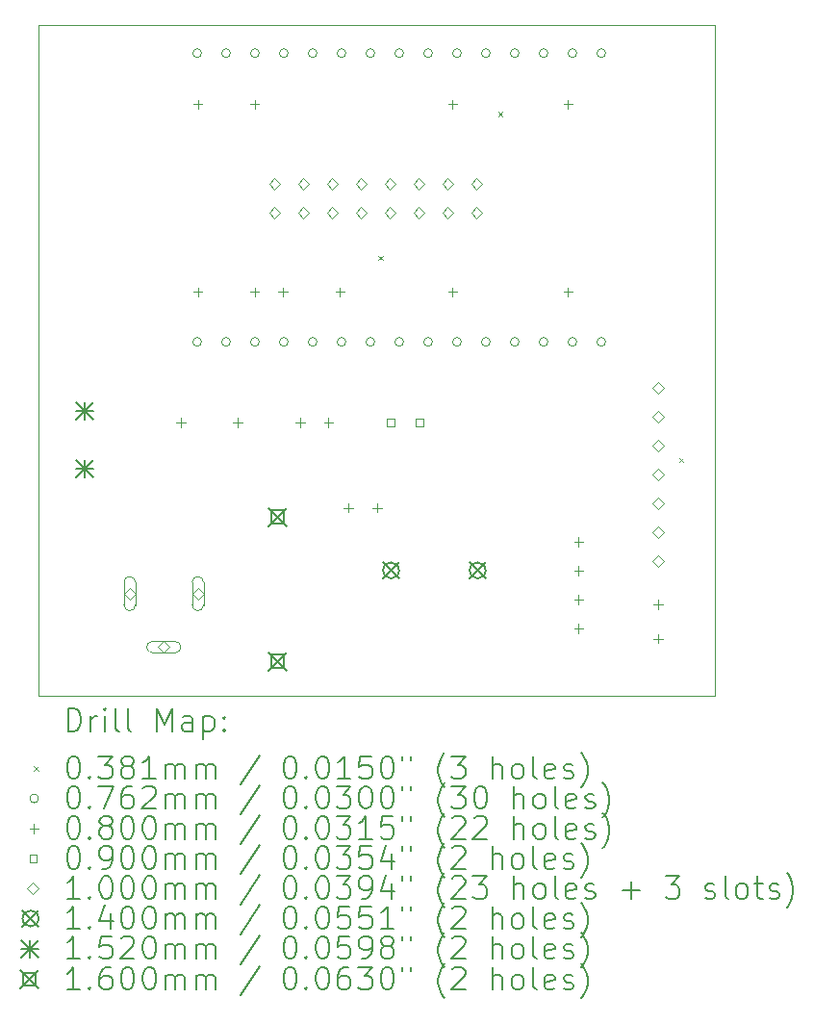
<source format=gbr>
%TF.GenerationSoftware,KiCad,Pcbnew,8.0.7-unknown-202501031821~9d36205ced~ubuntu20.04.1*%
%TF.CreationDate,2025-01-13T23:31:25-03:00*%
%TF.ProjectId,Wise-Shield-32,57697365-2d53-4686-9965-6c642d33322e,rev?*%
%TF.SameCoordinates,Original*%
%TF.FileFunction,Drillmap*%
%TF.FilePolarity,Positive*%
%FSLAX45Y45*%
G04 Gerber Fmt 4.5, Leading zero omitted, Abs format (unit mm)*
G04 Created by KiCad (PCBNEW 8.0.7-unknown-202501031821~9d36205ced~ubuntu20.04.1) date 2025-01-13 23:31:25*
%MOMM*%
%LPD*%
G01*
G04 APERTURE LIST*
%ADD10C,0.050000*%
%ADD11C,0.200000*%
%ADD12C,0.100000*%
%ADD13C,0.140000*%
%ADD14C,0.152000*%
%ADD15C,0.160000*%
G04 APERTURE END LIST*
D10*
X9750000Y-12000000D02*
X15700000Y-12000000D01*
X15700000Y-12000000D02*
X15700000Y-6100000D01*
X9750000Y-6100000D02*
X9750000Y-12000000D01*
X15700000Y-6100000D02*
X9750000Y-6100000D01*
D11*
D12*
X12738890Y-8133340D02*
X12776990Y-8171440D01*
X12776990Y-8133340D02*
X12738890Y-8171440D01*
X13793130Y-6867310D02*
X13831230Y-6905410D01*
X13831230Y-6867310D02*
X13793130Y-6905410D01*
X15384160Y-9911960D02*
X15422260Y-9950060D01*
X15422260Y-9911960D02*
X15384160Y-9950060D01*
X11182100Y-6350000D02*
G75*
G02*
X11105900Y-6350000I-38100J0D01*
G01*
X11105900Y-6350000D02*
G75*
G02*
X11182100Y-6350000I38100J0D01*
G01*
X11182100Y-8890000D02*
G75*
G02*
X11105900Y-8890000I-38100J0D01*
G01*
X11105900Y-8890000D02*
G75*
G02*
X11182100Y-8890000I38100J0D01*
G01*
X11436100Y-6350000D02*
G75*
G02*
X11359900Y-6350000I-38100J0D01*
G01*
X11359900Y-6350000D02*
G75*
G02*
X11436100Y-6350000I38100J0D01*
G01*
X11436100Y-8890000D02*
G75*
G02*
X11359900Y-8890000I-38100J0D01*
G01*
X11359900Y-8890000D02*
G75*
G02*
X11436100Y-8890000I38100J0D01*
G01*
X11690100Y-6350000D02*
G75*
G02*
X11613900Y-6350000I-38100J0D01*
G01*
X11613900Y-6350000D02*
G75*
G02*
X11690100Y-6350000I38100J0D01*
G01*
X11690100Y-8890000D02*
G75*
G02*
X11613900Y-8890000I-38100J0D01*
G01*
X11613900Y-8890000D02*
G75*
G02*
X11690100Y-8890000I38100J0D01*
G01*
X11944100Y-6350000D02*
G75*
G02*
X11867900Y-6350000I-38100J0D01*
G01*
X11867900Y-6350000D02*
G75*
G02*
X11944100Y-6350000I38100J0D01*
G01*
X11944100Y-8890000D02*
G75*
G02*
X11867900Y-8890000I-38100J0D01*
G01*
X11867900Y-8890000D02*
G75*
G02*
X11944100Y-8890000I38100J0D01*
G01*
X12198100Y-6350000D02*
G75*
G02*
X12121900Y-6350000I-38100J0D01*
G01*
X12121900Y-6350000D02*
G75*
G02*
X12198100Y-6350000I38100J0D01*
G01*
X12198100Y-8890000D02*
G75*
G02*
X12121900Y-8890000I-38100J0D01*
G01*
X12121900Y-8890000D02*
G75*
G02*
X12198100Y-8890000I38100J0D01*
G01*
X12452100Y-6350000D02*
G75*
G02*
X12375900Y-6350000I-38100J0D01*
G01*
X12375900Y-6350000D02*
G75*
G02*
X12452100Y-6350000I38100J0D01*
G01*
X12452100Y-8890000D02*
G75*
G02*
X12375900Y-8890000I-38100J0D01*
G01*
X12375900Y-8890000D02*
G75*
G02*
X12452100Y-8890000I38100J0D01*
G01*
X12706100Y-6350000D02*
G75*
G02*
X12629900Y-6350000I-38100J0D01*
G01*
X12629900Y-6350000D02*
G75*
G02*
X12706100Y-6350000I38100J0D01*
G01*
X12706100Y-8890000D02*
G75*
G02*
X12629900Y-8890000I-38100J0D01*
G01*
X12629900Y-8890000D02*
G75*
G02*
X12706100Y-8890000I38100J0D01*
G01*
X12960100Y-6350000D02*
G75*
G02*
X12883900Y-6350000I-38100J0D01*
G01*
X12883900Y-6350000D02*
G75*
G02*
X12960100Y-6350000I38100J0D01*
G01*
X12960100Y-8890000D02*
G75*
G02*
X12883900Y-8890000I-38100J0D01*
G01*
X12883900Y-8890000D02*
G75*
G02*
X12960100Y-8890000I38100J0D01*
G01*
X13214100Y-6350000D02*
G75*
G02*
X13137900Y-6350000I-38100J0D01*
G01*
X13137900Y-6350000D02*
G75*
G02*
X13214100Y-6350000I38100J0D01*
G01*
X13214100Y-8890000D02*
G75*
G02*
X13137900Y-8890000I-38100J0D01*
G01*
X13137900Y-8890000D02*
G75*
G02*
X13214100Y-8890000I38100J0D01*
G01*
X13468100Y-6350000D02*
G75*
G02*
X13391900Y-6350000I-38100J0D01*
G01*
X13391900Y-6350000D02*
G75*
G02*
X13468100Y-6350000I38100J0D01*
G01*
X13468100Y-8890000D02*
G75*
G02*
X13391900Y-8890000I-38100J0D01*
G01*
X13391900Y-8890000D02*
G75*
G02*
X13468100Y-8890000I38100J0D01*
G01*
X13722100Y-6350000D02*
G75*
G02*
X13645900Y-6350000I-38100J0D01*
G01*
X13645900Y-6350000D02*
G75*
G02*
X13722100Y-6350000I38100J0D01*
G01*
X13722100Y-8890000D02*
G75*
G02*
X13645900Y-8890000I-38100J0D01*
G01*
X13645900Y-8890000D02*
G75*
G02*
X13722100Y-8890000I38100J0D01*
G01*
X13976100Y-6350000D02*
G75*
G02*
X13899900Y-6350000I-38100J0D01*
G01*
X13899900Y-6350000D02*
G75*
G02*
X13976100Y-6350000I38100J0D01*
G01*
X13976100Y-8890000D02*
G75*
G02*
X13899900Y-8890000I-38100J0D01*
G01*
X13899900Y-8890000D02*
G75*
G02*
X13976100Y-8890000I38100J0D01*
G01*
X14230100Y-6350000D02*
G75*
G02*
X14153900Y-6350000I-38100J0D01*
G01*
X14153900Y-6350000D02*
G75*
G02*
X14230100Y-6350000I38100J0D01*
G01*
X14230100Y-8890000D02*
G75*
G02*
X14153900Y-8890000I-38100J0D01*
G01*
X14153900Y-8890000D02*
G75*
G02*
X14230100Y-8890000I38100J0D01*
G01*
X14484100Y-6350000D02*
G75*
G02*
X14407900Y-6350000I-38100J0D01*
G01*
X14407900Y-6350000D02*
G75*
G02*
X14484100Y-6350000I38100J0D01*
G01*
X14484100Y-8890000D02*
G75*
G02*
X14407900Y-8890000I-38100J0D01*
G01*
X14407900Y-8890000D02*
G75*
G02*
X14484100Y-8890000I38100J0D01*
G01*
X14738100Y-6350000D02*
G75*
G02*
X14661900Y-6350000I-38100J0D01*
G01*
X14661900Y-6350000D02*
G75*
G02*
X14738100Y-6350000I38100J0D01*
G01*
X14738100Y-8890000D02*
G75*
G02*
X14661900Y-8890000I-38100J0D01*
G01*
X14661900Y-8890000D02*
G75*
G02*
X14738100Y-8890000I38100J0D01*
G01*
X11000000Y-9560000D02*
X11000000Y-9640000D01*
X10960000Y-9600000D02*
X11040000Y-9600000D01*
X11150000Y-6760000D02*
X11150000Y-6840000D01*
X11110000Y-6800000D02*
X11190000Y-6800000D01*
X11150000Y-8410000D02*
X11150000Y-8490000D01*
X11110000Y-8450000D02*
X11190000Y-8450000D01*
X11500000Y-9560000D02*
X11500000Y-9640000D01*
X11460000Y-9600000D02*
X11540000Y-9600000D01*
X11650000Y-6760000D02*
X11650000Y-6840000D01*
X11610000Y-6800000D02*
X11690000Y-6800000D01*
X11650000Y-8410000D02*
X11650000Y-8490000D01*
X11610000Y-8450000D02*
X11690000Y-8450000D01*
X11900000Y-8410000D02*
X11900000Y-8490000D01*
X11860000Y-8450000D02*
X11940000Y-8450000D01*
X12050000Y-9560000D02*
X12050000Y-9640000D01*
X12010000Y-9600000D02*
X12090000Y-9600000D01*
X12300000Y-9560000D02*
X12300000Y-9640000D01*
X12260000Y-9600000D02*
X12340000Y-9600000D01*
X12400000Y-8410000D02*
X12400000Y-8490000D01*
X12360000Y-8450000D02*
X12440000Y-8450000D01*
X12475000Y-10310000D02*
X12475000Y-10390000D01*
X12435000Y-10350000D02*
X12515000Y-10350000D01*
X12729000Y-10310000D02*
X12729000Y-10390000D01*
X12689000Y-10350000D02*
X12769000Y-10350000D01*
X13392000Y-6760000D02*
X13392000Y-6840000D01*
X13352000Y-6800000D02*
X13432000Y-6800000D01*
X13392000Y-8410000D02*
X13392000Y-8490000D01*
X13352000Y-8450000D02*
X13432000Y-8450000D01*
X14408000Y-6760000D02*
X14408000Y-6840000D01*
X14368000Y-6800000D02*
X14448000Y-6800000D01*
X14408000Y-8410000D02*
X14408000Y-8490000D01*
X14368000Y-8450000D02*
X14448000Y-8450000D01*
X14500000Y-10610000D02*
X14500000Y-10690000D01*
X14460000Y-10650000D02*
X14540000Y-10650000D01*
X14500000Y-10864000D02*
X14500000Y-10944000D01*
X14460000Y-10904000D02*
X14540000Y-10904000D01*
X14500000Y-11118000D02*
X14500000Y-11198000D01*
X14460000Y-11158000D02*
X14540000Y-11158000D01*
X14500000Y-11372000D02*
X14500000Y-11452000D01*
X14460000Y-11412000D02*
X14540000Y-11412000D01*
X15200000Y-11160000D02*
X15200000Y-11240000D01*
X15160000Y-11200000D02*
X15240000Y-11200000D01*
X15200000Y-11460000D02*
X15200000Y-11540000D01*
X15160000Y-11500000D02*
X15240000Y-11500000D01*
X12877820Y-9631820D02*
X12877820Y-9568180D01*
X12814180Y-9568180D01*
X12814180Y-9631820D01*
X12877820Y-9631820D01*
X13131820Y-9631820D02*
X13131820Y-9568180D01*
X13068180Y-9568180D01*
X13068180Y-9631820D01*
X13131820Y-9631820D01*
X10550000Y-11154250D02*
X10600000Y-11104250D01*
X10550000Y-11054250D01*
X10500000Y-11104250D01*
X10550000Y-11154250D01*
X10500000Y-11004250D02*
X10500000Y-11204250D01*
X10600000Y-11204250D02*
G75*
G02*
X10500000Y-11204250I-50000J0D01*
G01*
X10600000Y-11204250D02*
X10600000Y-11004250D01*
X10600000Y-11004250D02*
G75*
G03*
X10500000Y-11004250I-50000J0D01*
G01*
X10850000Y-11624250D02*
X10900000Y-11574250D01*
X10850000Y-11524250D01*
X10800000Y-11574250D01*
X10850000Y-11624250D01*
X10750000Y-11624250D02*
X10950000Y-11624250D01*
X10950000Y-11524250D02*
G75*
G02*
X10950000Y-11624250I0J-50000D01*
G01*
X10950000Y-11524250D02*
X10750000Y-11524250D01*
X10750000Y-11524250D02*
G75*
G03*
X10750000Y-11624250I0J-50000D01*
G01*
X11150000Y-11154250D02*
X11200000Y-11104250D01*
X11150000Y-11054250D01*
X11100000Y-11104250D01*
X11150000Y-11154250D01*
X11100000Y-11004250D02*
X11100000Y-11204250D01*
X11200000Y-11204250D02*
G75*
G02*
X11100000Y-11204250I-50000J0D01*
G01*
X11200000Y-11204250D02*
X11200000Y-11004250D01*
X11200000Y-11004250D02*
G75*
G03*
X11100000Y-11004250I-50000J0D01*
G01*
X11826000Y-7546000D02*
X11876000Y-7496000D01*
X11826000Y-7446000D01*
X11776000Y-7496000D01*
X11826000Y-7546000D01*
X11826000Y-7800000D02*
X11876000Y-7750000D01*
X11826000Y-7700000D01*
X11776000Y-7750000D01*
X11826000Y-7800000D01*
X12080000Y-7546000D02*
X12130000Y-7496000D01*
X12080000Y-7446000D01*
X12030000Y-7496000D01*
X12080000Y-7546000D01*
X12080000Y-7800000D02*
X12130000Y-7750000D01*
X12080000Y-7700000D01*
X12030000Y-7750000D01*
X12080000Y-7800000D01*
X12334000Y-7546000D02*
X12384000Y-7496000D01*
X12334000Y-7446000D01*
X12284000Y-7496000D01*
X12334000Y-7546000D01*
X12334000Y-7800000D02*
X12384000Y-7750000D01*
X12334000Y-7700000D01*
X12284000Y-7750000D01*
X12334000Y-7800000D01*
X12588000Y-7546000D02*
X12638000Y-7496000D01*
X12588000Y-7446000D01*
X12538000Y-7496000D01*
X12588000Y-7546000D01*
X12588000Y-7800000D02*
X12638000Y-7750000D01*
X12588000Y-7700000D01*
X12538000Y-7750000D01*
X12588000Y-7800000D01*
X12842000Y-7546000D02*
X12892000Y-7496000D01*
X12842000Y-7446000D01*
X12792000Y-7496000D01*
X12842000Y-7546000D01*
X12842000Y-7800000D02*
X12892000Y-7750000D01*
X12842000Y-7700000D01*
X12792000Y-7750000D01*
X12842000Y-7800000D01*
X13096000Y-7546000D02*
X13146000Y-7496000D01*
X13096000Y-7446000D01*
X13046000Y-7496000D01*
X13096000Y-7546000D01*
X13096000Y-7800000D02*
X13146000Y-7750000D01*
X13096000Y-7700000D01*
X13046000Y-7750000D01*
X13096000Y-7800000D01*
X13350000Y-7546000D02*
X13400000Y-7496000D01*
X13350000Y-7446000D01*
X13300000Y-7496000D01*
X13350000Y-7546000D01*
X13350000Y-7800000D02*
X13400000Y-7750000D01*
X13350000Y-7700000D01*
X13300000Y-7750000D01*
X13350000Y-7800000D01*
X13604000Y-7546000D02*
X13654000Y-7496000D01*
X13604000Y-7446000D01*
X13554000Y-7496000D01*
X13604000Y-7546000D01*
X13604000Y-7800000D02*
X13654000Y-7750000D01*
X13604000Y-7700000D01*
X13554000Y-7750000D01*
X13604000Y-7800000D01*
X15200000Y-9346000D02*
X15250000Y-9296000D01*
X15200000Y-9246000D01*
X15150000Y-9296000D01*
X15200000Y-9346000D01*
X15200000Y-9600000D02*
X15250000Y-9550000D01*
X15200000Y-9500000D01*
X15150000Y-9550000D01*
X15200000Y-9600000D01*
X15200000Y-9854000D02*
X15250000Y-9804000D01*
X15200000Y-9754000D01*
X15150000Y-9804000D01*
X15200000Y-9854000D01*
X15200000Y-10108000D02*
X15250000Y-10058000D01*
X15200000Y-10008000D01*
X15150000Y-10058000D01*
X15200000Y-10108000D01*
X15200000Y-10362000D02*
X15250000Y-10312000D01*
X15200000Y-10262000D01*
X15150000Y-10312000D01*
X15200000Y-10362000D01*
X15200000Y-10616000D02*
X15250000Y-10566000D01*
X15200000Y-10516000D01*
X15150000Y-10566000D01*
X15200000Y-10616000D01*
X15200000Y-10870000D02*
X15250000Y-10820000D01*
X15200000Y-10770000D01*
X15150000Y-10820000D01*
X15200000Y-10870000D01*
D13*
X12780000Y-10830000D02*
X12920000Y-10970000D01*
X12920000Y-10830000D02*
X12780000Y-10970000D01*
X12920000Y-10900000D02*
G75*
G02*
X12780000Y-10900000I-70000J0D01*
G01*
X12780000Y-10900000D02*
G75*
G02*
X12920000Y-10900000I70000J0D01*
G01*
X13542000Y-10830000D02*
X13682000Y-10970000D01*
X13682000Y-10830000D02*
X13542000Y-10970000D01*
X13682000Y-10900000D02*
G75*
G02*
X13542000Y-10900000I-70000J0D01*
G01*
X13542000Y-10900000D02*
G75*
G02*
X13682000Y-10900000I70000J0D01*
G01*
D14*
X10074000Y-9420000D02*
X10226000Y-9572000D01*
X10226000Y-9420000D02*
X10074000Y-9572000D01*
X10150000Y-9420000D02*
X10150000Y-9572000D01*
X10074000Y-9496000D02*
X10226000Y-9496000D01*
X10074000Y-9928000D02*
X10226000Y-10080000D01*
X10226000Y-9928000D02*
X10074000Y-10080000D01*
X10150000Y-9928000D02*
X10150000Y-10080000D01*
X10074000Y-10004000D02*
X10226000Y-10004000D01*
D15*
X11770000Y-10350000D02*
X11930000Y-10510000D01*
X11930000Y-10350000D02*
X11770000Y-10510000D01*
X11906569Y-10486569D02*
X11906569Y-10373431D01*
X11793431Y-10373431D01*
X11793431Y-10486569D01*
X11906569Y-10486569D01*
X11770000Y-11620000D02*
X11930000Y-11780000D01*
X11930000Y-11620000D02*
X11770000Y-11780000D01*
X11906569Y-11756569D02*
X11906569Y-11643431D01*
X11793431Y-11643431D01*
X11793431Y-11756569D01*
X11906569Y-11756569D01*
D11*
X10008277Y-12313984D02*
X10008277Y-12113984D01*
X10008277Y-12113984D02*
X10055896Y-12113984D01*
X10055896Y-12113984D02*
X10084467Y-12123508D01*
X10084467Y-12123508D02*
X10103515Y-12142555D01*
X10103515Y-12142555D02*
X10113039Y-12161603D01*
X10113039Y-12161603D02*
X10122563Y-12199698D01*
X10122563Y-12199698D02*
X10122563Y-12228269D01*
X10122563Y-12228269D02*
X10113039Y-12266365D01*
X10113039Y-12266365D02*
X10103515Y-12285412D01*
X10103515Y-12285412D02*
X10084467Y-12304460D01*
X10084467Y-12304460D02*
X10055896Y-12313984D01*
X10055896Y-12313984D02*
X10008277Y-12313984D01*
X10208277Y-12313984D02*
X10208277Y-12180650D01*
X10208277Y-12218746D02*
X10217801Y-12199698D01*
X10217801Y-12199698D02*
X10227324Y-12190174D01*
X10227324Y-12190174D02*
X10246372Y-12180650D01*
X10246372Y-12180650D02*
X10265420Y-12180650D01*
X10332086Y-12313984D02*
X10332086Y-12180650D01*
X10332086Y-12113984D02*
X10322563Y-12123508D01*
X10322563Y-12123508D02*
X10332086Y-12133031D01*
X10332086Y-12133031D02*
X10341610Y-12123508D01*
X10341610Y-12123508D02*
X10332086Y-12113984D01*
X10332086Y-12113984D02*
X10332086Y-12133031D01*
X10455896Y-12313984D02*
X10436848Y-12304460D01*
X10436848Y-12304460D02*
X10427324Y-12285412D01*
X10427324Y-12285412D02*
X10427324Y-12113984D01*
X10560658Y-12313984D02*
X10541610Y-12304460D01*
X10541610Y-12304460D02*
X10532086Y-12285412D01*
X10532086Y-12285412D02*
X10532086Y-12113984D01*
X10789229Y-12313984D02*
X10789229Y-12113984D01*
X10789229Y-12113984D02*
X10855896Y-12256841D01*
X10855896Y-12256841D02*
X10922563Y-12113984D01*
X10922563Y-12113984D02*
X10922563Y-12313984D01*
X11103515Y-12313984D02*
X11103515Y-12209222D01*
X11103515Y-12209222D02*
X11093991Y-12190174D01*
X11093991Y-12190174D02*
X11074944Y-12180650D01*
X11074944Y-12180650D02*
X11036848Y-12180650D01*
X11036848Y-12180650D02*
X11017801Y-12190174D01*
X11103515Y-12304460D02*
X11084467Y-12313984D01*
X11084467Y-12313984D02*
X11036848Y-12313984D01*
X11036848Y-12313984D02*
X11017801Y-12304460D01*
X11017801Y-12304460D02*
X11008277Y-12285412D01*
X11008277Y-12285412D02*
X11008277Y-12266365D01*
X11008277Y-12266365D02*
X11017801Y-12247317D01*
X11017801Y-12247317D02*
X11036848Y-12237793D01*
X11036848Y-12237793D02*
X11084467Y-12237793D01*
X11084467Y-12237793D02*
X11103515Y-12228269D01*
X11198753Y-12180650D02*
X11198753Y-12380650D01*
X11198753Y-12190174D02*
X11217801Y-12180650D01*
X11217801Y-12180650D02*
X11255896Y-12180650D01*
X11255896Y-12180650D02*
X11274943Y-12190174D01*
X11274943Y-12190174D02*
X11284467Y-12199698D01*
X11284467Y-12199698D02*
X11293991Y-12218746D01*
X11293991Y-12218746D02*
X11293991Y-12275888D01*
X11293991Y-12275888D02*
X11284467Y-12294936D01*
X11284467Y-12294936D02*
X11274943Y-12304460D01*
X11274943Y-12304460D02*
X11255896Y-12313984D01*
X11255896Y-12313984D02*
X11217801Y-12313984D01*
X11217801Y-12313984D02*
X11198753Y-12304460D01*
X11379705Y-12294936D02*
X11389229Y-12304460D01*
X11389229Y-12304460D02*
X11379705Y-12313984D01*
X11379705Y-12313984D02*
X11370182Y-12304460D01*
X11370182Y-12304460D02*
X11379705Y-12294936D01*
X11379705Y-12294936D02*
X11379705Y-12313984D01*
X11379705Y-12190174D02*
X11389229Y-12199698D01*
X11389229Y-12199698D02*
X11379705Y-12209222D01*
X11379705Y-12209222D02*
X11370182Y-12199698D01*
X11370182Y-12199698D02*
X11379705Y-12190174D01*
X11379705Y-12190174D02*
X11379705Y-12209222D01*
D12*
X9709400Y-12623450D02*
X9747500Y-12661550D01*
X9747500Y-12623450D02*
X9709400Y-12661550D01*
D11*
X10046372Y-12533984D02*
X10065420Y-12533984D01*
X10065420Y-12533984D02*
X10084467Y-12543508D01*
X10084467Y-12543508D02*
X10093991Y-12553031D01*
X10093991Y-12553031D02*
X10103515Y-12572079D01*
X10103515Y-12572079D02*
X10113039Y-12610174D01*
X10113039Y-12610174D02*
X10113039Y-12657793D01*
X10113039Y-12657793D02*
X10103515Y-12695888D01*
X10103515Y-12695888D02*
X10093991Y-12714936D01*
X10093991Y-12714936D02*
X10084467Y-12724460D01*
X10084467Y-12724460D02*
X10065420Y-12733984D01*
X10065420Y-12733984D02*
X10046372Y-12733984D01*
X10046372Y-12733984D02*
X10027324Y-12724460D01*
X10027324Y-12724460D02*
X10017801Y-12714936D01*
X10017801Y-12714936D02*
X10008277Y-12695888D01*
X10008277Y-12695888D02*
X9998753Y-12657793D01*
X9998753Y-12657793D02*
X9998753Y-12610174D01*
X9998753Y-12610174D02*
X10008277Y-12572079D01*
X10008277Y-12572079D02*
X10017801Y-12553031D01*
X10017801Y-12553031D02*
X10027324Y-12543508D01*
X10027324Y-12543508D02*
X10046372Y-12533984D01*
X10198753Y-12714936D02*
X10208277Y-12724460D01*
X10208277Y-12724460D02*
X10198753Y-12733984D01*
X10198753Y-12733984D02*
X10189229Y-12724460D01*
X10189229Y-12724460D02*
X10198753Y-12714936D01*
X10198753Y-12714936D02*
X10198753Y-12733984D01*
X10274944Y-12533984D02*
X10398753Y-12533984D01*
X10398753Y-12533984D02*
X10332086Y-12610174D01*
X10332086Y-12610174D02*
X10360658Y-12610174D01*
X10360658Y-12610174D02*
X10379705Y-12619698D01*
X10379705Y-12619698D02*
X10389229Y-12629222D01*
X10389229Y-12629222D02*
X10398753Y-12648269D01*
X10398753Y-12648269D02*
X10398753Y-12695888D01*
X10398753Y-12695888D02*
X10389229Y-12714936D01*
X10389229Y-12714936D02*
X10379705Y-12724460D01*
X10379705Y-12724460D02*
X10360658Y-12733984D01*
X10360658Y-12733984D02*
X10303515Y-12733984D01*
X10303515Y-12733984D02*
X10284467Y-12724460D01*
X10284467Y-12724460D02*
X10274944Y-12714936D01*
X10513039Y-12619698D02*
X10493991Y-12610174D01*
X10493991Y-12610174D02*
X10484467Y-12600650D01*
X10484467Y-12600650D02*
X10474944Y-12581603D01*
X10474944Y-12581603D02*
X10474944Y-12572079D01*
X10474944Y-12572079D02*
X10484467Y-12553031D01*
X10484467Y-12553031D02*
X10493991Y-12543508D01*
X10493991Y-12543508D02*
X10513039Y-12533984D01*
X10513039Y-12533984D02*
X10551134Y-12533984D01*
X10551134Y-12533984D02*
X10570182Y-12543508D01*
X10570182Y-12543508D02*
X10579705Y-12553031D01*
X10579705Y-12553031D02*
X10589229Y-12572079D01*
X10589229Y-12572079D02*
X10589229Y-12581603D01*
X10589229Y-12581603D02*
X10579705Y-12600650D01*
X10579705Y-12600650D02*
X10570182Y-12610174D01*
X10570182Y-12610174D02*
X10551134Y-12619698D01*
X10551134Y-12619698D02*
X10513039Y-12619698D01*
X10513039Y-12619698D02*
X10493991Y-12629222D01*
X10493991Y-12629222D02*
X10484467Y-12638746D01*
X10484467Y-12638746D02*
X10474944Y-12657793D01*
X10474944Y-12657793D02*
X10474944Y-12695888D01*
X10474944Y-12695888D02*
X10484467Y-12714936D01*
X10484467Y-12714936D02*
X10493991Y-12724460D01*
X10493991Y-12724460D02*
X10513039Y-12733984D01*
X10513039Y-12733984D02*
X10551134Y-12733984D01*
X10551134Y-12733984D02*
X10570182Y-12724460D01*
X10570182Y-12724460D02*
X10579705Y-12714936D01*
X10579705Y-12714936D02*
X10589229Y-12695888D01*
X10589229Y-12695888D02*
X10589229Y-12657793D01*
X10589229Y-12657793D02*
X10579705Y-12638746D01*
X10579705Y-12638746D02*
X10570182Y-12629222D01*
X10570182Y-12629222D02*
X10551134Y-12619698D01*
X10779705Y-12733984D02*
X10665420Y-12733984D01*
X10722563Y-12733984D02*
X10722563Y-12533984D01*
X10722563Y-12533984D02*
X10703515Y-12562555D01*
X10703515Y-12562555D02*
X10684467Y-12581603D01*
X10684467Y-12581603D02*
X10665420Y-12591127D01*
X10865420Y-12733984D02*
X10865420Y-12600650D01*
X10865420Y-12619698D02*
X10874944Y-12610174D01*
X10874944Y-12610174D02*
X10893991Y-12600650D01*
X10893991Y-12600650D02*
X10922563Y-12600650D01*
X10922563Y-12600650D02*
X10941610Y-12610174D01*
X10941610Y-12610174D02*
X10951134Y-12629222D01*
X10951134Y-12629222D02*
X10951134Y-12733984D01*
X10951134Y-12629222D02*
X10960658Y-12610174D01*
X10960658Y-12610174D02*
X10979705Y-12600650D01*
X10979705Y-12600650D02*
X11008277Y-12600650D01*
X11008277Y-12600650D02*
X11027325Y-12610174D01*
X11027325Y-12610174D02*
X11036848Y-12629222D01*
X11036848Y-12629222D02*
X11036848Y-12733984D01*
X11132086Y-12733984D02*
X11132086Y-12600650D01*
X11132086Y-12619698D02*
X11141610Y-12610174D01*
X11141610Y-12610174D02*
X11160658Y-12600650D01*
X11160658Y-12600650D02*
X11189229Y-12600650D01*
X11189229Y-12600650D02*
X11208277Y-12610174D01*
X11208277Y-12610174D02*
X11217801Y-12629222D01*
X11217801Y-12629222D02*
X11217801Y-12733984D01*
X11217801Y-12629222D02*
X11227324Y-12610174D01*
X11227324Y-12610174D02*
X11246372Y-12600650D01*
X11246372Y-12600650D02*
X11274943Y-12600650D01*
X11274943Y-12600650D02*
X11293991Y-12610174D01*
X11293991Y-12610174D02*
X11303515Y-12629222D01*
X11303515Y-12629222D02*
X11303515Y-12733984D01*
X11693991Y-12524460D02*
X11522563Y-12781603D01*
X11951134Y-12533984D02*
X11970182Y-12533984D01*
X11970182Y-12533984D02*
X11989229Y-12543508D01*
X11989229Y-12543508D02*
X11998753Y-12553031D01*
X11998753Y-12553031D02*
X12008277Y-12572079D01*
X12008277Y-12572079D02*
X12017801Y-12610174D01*
X12017801Y-12610174D02*
X12017801Y-12657793D01*
X12017801Y-12657793D02*
X12008277Y-12695888D01*
X12008277Y-12695888D02*
X11998753Y-12714936D01*
X11998753Y-12714936D02*
X11989229Y-12724460D01*
X11989229Y-12724460D02*
X11970182Y-12733984D01*
X11970182Y-12733984D02*
X11951134Y-12733984D01*
X11951134Y-12733984D02*
X11932086Y-12724460D01*
X11932086Y-12724460D02*
X11922563Y-12714936D01*
X11922563Y-12714936D02*
X11913039Y-12695888D01*
X11913039Y-12695888D02*
X11903515Y-12657793D01*
X11903515Y-12657793D02*
X11903515Y-12610174D01*
X11903515Y-12610174D02*
X11913039Y-12572079D01*
X11913039Y-12572079D02*
X11922563Y-12553031D01*
X11922563Y-12553031D02*
X11932086Y-12543508D01*
X11932086Y-12543508D02*
X11951134Y-12533984D01*
X12103515Y-12714936D02*
X12113039Y-12724460D01*
X12113039Y-12724460D02*
X12103515Y-12733984D01*
X12103515Y-12733984D02*
X12093991Y-12724460D01*
X12093991Y-12724460D02*
X12103515Y-12714936D01*
X12103515Y-12714936D02*
X12103515Y-12733984D01*
X12236848Y-12533984D02*
X12255896Y-12533984D01*
X12255896Y-12533984D02*
X12274944Y-12543508D01*
X12274944Y-12543508D02*
X12284467Y-12553031D01*
X12284467Y-12553031D02*
X12293991Y-12572079D01*
X12293991Y-12572079D02*
X12303515Y-12610174D01*
X12303515Y-12610174D02*
X12303515Y-12657793D01*
X12303515Y-12657793D02*
X12293991Y-12695888D01*
X12293991Y-12695888D02*
X12284467Y-12714936D01*
X12284467Y-12714936D02*
X12274944Y-12724460D01*
X12274944Y-12724460D02*
X12255896Y-12733984D01*
X12255896Y-12733984D02*
X12236848Y-12733984D01*
X12236848Y-12733984D02*
X12217801Y-12724460D01*
X12217801Y-12724460D02*
X12208277Y-12714936D01*
X12208277Y-12714936D02*
X12198753Y-12695888D01*
X12198753Y-12695888D02*
X12189229Y-12657793D01*
X12189229Y-12657793D02*
X12189229Y-12610174D01*
X12189229Y-12610174D02*
X12198753Y-12572079D01*
X12198753Y-12572079D02*
X12208277Y-12553031D01*
X12208277Y-12553031D02*
X12217801Y-12543508D01*
X12217801Y-12543508D02*
X12236848Y-12533984D01*
X12493991Y-12733984D02*
X12379706Y-12733984D01*
X12436848Y-12733984D02*
X12436848Y-12533984D01*
X12436848Y-12533984D02*
X12417801Y-12562555D01*
X12417801Y-12562555D02*
X12398753Y-12581603D01*
X12398753Y-12581603D02*
X12379706Y-12591127D01*
X12674944Y-12533984D02*
X12579706Y-12533984D01*
X12579706Y-12533984D02*
X12570182Y-12629222D01*
X12570182Y-12629222D02*
X12579706Y-12619698D01*
X12579706Y-12619698D02*
X12598753Y-12610174D01*
X12598753Y-12610174D02*
X12646372Y-12610174D01*
X12646372Y-12610174D02*
X12665420Y-12619698D01*
X12665420Y-12619698D02*
X12674944Y-12629222D01*
X12674944Y-12629222D02*
X12684467Y-12648269D01*
X12684467Y-12648269D02*
X12684467Y-12695888D01*
X12684467Y-12695888D02*
X12674944Y-12714936D01*
X12674944Y-12714936D02*
X12665420Y-12724460D01*
X12665420Y-12724460D02*
X12646372Y-12733984D01*
X12646372Y-12733984D02*
X12598753Y-12733984D01*
X12598753Y-12733984D02*
X12579706Y-12724460D01*
X12579706Y-12724460D02*
X12570182Y-12714936D01*
X12808277Y-12533984D02*
X12827325Y-12533984D01*
X12827325Y-12533984D02*
X12846372Y-12543508D01*
X12846372Y-12543508D02*
X12855896Y-12553031D01*
X12855896Y-12553031D02*
X12865420Y-12572079D01*
X12865420Y-12572079D02*
X12874944Y-12610174D01*
X12874944Y-12610174D02*
X12874944Y-12657793D01*
X12874944Y-12657793D02*
X12865420Y-12695888D01*
X12865420Y-12695888D02*
X12855896Y-12714936D01*
X12855896Y-12714936D02*
X12846372Y-12724460D01*
X12846372Y-12724460D02*
X12827325Y-12733984D01*
X12827325Y-12733984D02*
X12808277Y-12733984D01*
X12808277Y-12733984D02*
X12789229Y-12724460D01*
X12789229Y-12724460D02*
X12779706Y-12714936D01*
X12779706Y-12714936D02*
X12770182Y-12695888D01*
X12770182Y-12695888D02*
X12760658Y-12657793D01*
X12760658Y-12657793D02*
X12760658Y-12610174D01*
X12760658Y-12610174D02*
X12770182Y-12572079D01*
X12770182Y-12572079D02*
X12779706Y-12553031D01*
X12779706Y-12553031D02*
X12789229Y-12543508D01*
X12789229Y-12543508D02*
X12808277Y-12533984D01*
X12951134Y-12533984D02*
X12951134Y-12572079D01*
X13027325Y-12533984D02*
X13027325Y-12572079D01*
X13322563Y-12810174D02*
X13313039Y-12800650D01*
X13313039Y-12800650D02*
X13293991Y-12772079D01*
X13293991Y-12772079D02*
X13284468Y-12753031D01*
X13284468Y-12753031D02*
X13274944Y-12724460D01*
X13274944Y-12724460D02*
X13265420Y-12676841D01*
X13265420Y-12676841D02*
X13265420Y-12638746D01*
X13265420Y-12638746D02*
X13274944Y-12591127D01*
X13274944Y-12591127D02*
X13284468Y-12562555D01*
X13284468Y-12562555D02*
X13293991Y-12543508D01*
X13293991Y-12543508D02*
X13313039Y-12514936D01*
X13313039Y-12514936D02*
X13322563Y-12505412D01*
X13379706Y-12533984D02*
X13503515Y-12533984D01*
X13503515Y-12533984D02*
X13436848Y-12610174D01*
X13436848Y-12610174D02*
X13465420Y-12610174D01*
X13465420Y-12610174D02*
X13484468Y-12619698D01*
X13484468Y-12619698D02*
X13493991Y-12629222D01*
X13493991Y-12629222D02*
X13503515Y-12648269D01*
X13503515Y-12648269D02*
X13503515Y-12695888D01*
X13503515Y-12695888D02*
X13493991Y-12714936D01*
X13493991Y-12714936D02*
X13484468Y-12724460D01*
X13484468Y-12724460D02*
X13465420Y-12733984D01*
X13465420Y-12733984D02*
X13408277Y-12733984D01*
X13408277Y-12733984D02*
X13389229Y-12724460D01*
X13389229Y-12724460D02*
X13379706Y-12714936D01*
X13741610Y-12733984D02*
X13741610Y-12533984D01*
X13827325Y-12733984D02*
X13827325Y-12629222D01*
X13827325Y-12629222D02*
X13817801Y-12610174D01*
X13817801Y-12610174D02*
X13798753Y-12600650D01*
X13798753Y-12600650D02*
X13770182Y-12600650D01*
X13770182Y-12600650D02*
X13751134Y-12610174D01*
X13751134Y-12610174D02*
X13741610Y-12619698D01*
X13951134Y-12733984D02*
X13932087Y-12724460D01*
X13932087Y-12724460D02*
X13922563Y-12714936D01*
X13922563Y-12714936D02*
X13913039Y-12695888D01*
X13913039Y-12695888D02*
X13913039Y-12638746D01*
X13913039Y-12638746D02*
X13922563Y-12619698D01*
X13922563Y-12619698D02*
X13932087Y-12610174D01*
X13932087Y-12610174D02*
X13951134Y-12600650D01*
X13951134Y-12600650D02*
X13979706Y-12600650D01*
X13979706Y-12600650D02*
X13998753Y-12610174D01*
X13998753Y-12610174D02*
X14008277Y-12619698D01*
X14008277Y-12619698D02*
X14017801Y-12638746D01*
X14017801Y-12638746D02*
X14017801Y-12695888D01*
X14017801Y-12695888D02*
X14008277Y-12714936D01*
X14008277Y-12714936D02*
X13998753Y-12724460D01*
X13998753Y-12724460D02*
X13979706Y-12733984D01*
X13979706Y-12733984D02*
X13951134Y-12733984D01*
X14132087Y-12733984D02*
X14113039Y-12724460D01*
X14113039Y-12724460D02*
X14103515Y-12705412D01*
X14103515Y-12705412D02*
X14103515Y-12533984D01*
X14284468Y-12724460D02*
X14265420Y-12733984D01*
X14265420Y-12733984D02*
X14227325Y-12733984D01*
X14227325Y-12733984D02*
X14208277Y-12724460D01*
X14208277Y-12724460D02*
X14198753Y-12705412D01*
X14198753Y-12705412D02*
X14198753Y-12629222D01*
X14198753Y-12629222D02*
X14208277Y-12610174D01*
X14208277Y-12610174D02*
X14227325Y-12600650D01*
X14227325Y-12600650D02*
X14265420Y-12600650D01*
X14265420Y-12600650D02*
X14284468Y-12610174D01*
X14284468Y-12610174D02*
X14293991Y-12629222D01*
X14293991Y-12629222D02*
X14293991Y-12648269D01*
X14293991Y-12648269D02*
X14198753Y-12667317D01*
X14370182Y-12724460D02*
X14389230Y-12733984D01*
X14389230Y-12733984D02*
X14427325Y-12733984D01*
X14427325Y-12733984D02*
X14446372Y-12724460D01*
X14446372Y-12724460D02*
X14455896Y-12705412D01*
X14455896Y-12705412D02*
X14455896Y-12695888D01*
X14455896Y-12695888D02*
X14446372Y-12676841D01*
X14446372Y-12676841D02*
X14427325Y-12667317D01*
X14427325Y-12667317D02*
X14398753Y-12667317D01*
X14398753Y-12667317D02*
X14379706Y-12657793D01*
X14379706Y-12657793D02*
X14370182Y-12638746D01*
X14370182Y-12638746D02*
X14370182Y-12629222D01*
X14370182Y-12629222D02*
X14379706Y-12610174D01*
X14379706Y-12610174D02*
X14398753Y-12600650D01*
X14398753Y-12600650D02*
X14427325Y-12600650D01*
X14427325Y-12600650D02*
X14446372Y-12610174D01*
X14522563Y-12810174D02*
X14532087Y-12800650D01*
X14532087Y-12800650D02*
X14551134Y-12772079D01*
X14551134Y-12772079D02*
X14560658Y-12753031D01*
X14560658Y-12753031D02*
X14570182Y-12724460D01*
X14570182Y-12724460D02*
X14579706Y-12676841D01*
X14579706Y-12676841D02*
X14579706Y-12638746D01*
X14579706Y-12638746D02*
X14570182Y-12591127D01*
X14570182Y-12591127D02*
X14560658Y-12562555D01*
X14560658Y-12562555D02*
X14551134Y-12543508D01*
X14551134Y-12543508D02*
X14532087Y-12514936D01*
X14532087Y-12514936D02*
X14522563Y-12505412D01*
D12*
X9747500Y-12906500D02*
G75*
G02*
X9671300Y-12906500I-38100J0D01*
G01*
X9671300Y-12906500D02*
G75*
G02*
X9747500Y-12906500I38100J0D01*
G01*
D11*
X10046372Y-12797984D02*
X10065420Y-12797984D01*
X10065420Y-12797984D02*
X10084467Y-12807508D01*
X10084467Y-12807508D02*
X10093991Y-12817031D01*
X10093991Y-12817031D02*
X10103515Y-12836079D01*
X10103515Y-12836079D02*
X10113039Y-12874174D01*
X10113039Y-12874174D02*
X10113039Y-12921793D01*
X10113039Y-12921793D02*
X10103515Y-12959888D01*
X10103515Y-12959888D02*
X10093991Y-12978936D01*
X10093991Y-12978936D02*
X10084467Y-12988460D01*
X10084467Y-12988460D02*
X10065420Y-12997984D01*
X10065420Y-12997984D02*
X10046372Y-12997984D01*
X10046372Y-12997984D02*
X10027324Y-12988460D01*
X10027324Y-12988460D02*
X10017801Y-12978936D01*
X10017801Y-12978936D02*
X10008277Y-12959888D01*
X10008277Y-12959888D02*
X9998753Y-12921793D01*
X9998753Y-12921793D02*
X9998753Y-12874174D01*
X9998753Y-12874174D02*
X10008277Y-12836079D01*
X10008277Y-12836079D02*
X10017801Y-12817031D01*
X10017801Y-12817031D02*
X10027324Y-12807508D01*
X10027324Y-12807508D02*
X10046372Y-12797984D01*
X10198753Y-12978936D02*
X10208277Y-12988460D01*
X10208277Y-12988460D02*
X10198753Y-12997984D01*
X10198753Y-12997984D02*
X10189229Y-12988460D01*
X10189229Y-12988460D02*
X10198753Y-12978936D01*
X10198753Y-12978936D02*
X10198753Y-12997984D01*
X10274944Y-12797984D02*
X10408277Y-12797984D01*
X10408277Y-12797984D02*
X10322563Y-12997984D01*
X10570182Y-12797984D02*
X10532086Y-12797984D01*
X10532086Y-12797984D02*
X10513039Y-12807508D01*
X10513039Y-12807508D02*
X10503515Y-12817031D01*
X10503515Y-12817031D02*
X10484467Y-12845603D01*
X10484467Y-12845603D02*
X10474944Y-12883698D01*
X10474944Y-12883698D02*
X10474944Y-12959888D01*
X10474944Y-12959888D02*
X10484467Y-12978936D01*
X10484467Y-12978936D02*
X10493991Y-12988460D01*
X10493991Y-12988460D02*
X10513039Y-12997984D01*
X10513039Y-12997984D02*
X10551134Y-12997984D01*
X10551134Y-12997984D02*
X10570182Y-12988460D01*
X10570182Y-12988460D02*
X10579705Y-12978936D01*
X10579705Y-12978936D02*
X10589229Y-12959888D01*
X10589229Y-12959888D02*
X10589229Y-12912269D01*
X10589229Y-12912269D02*
X10579705Y-12893222D01*
X10579705Y-12893222D02*
X10570182Y-12883698D01*
X10570182Y-12883698D02*
X10551134Y-12874174D01*
X10551134Y-12874174D02*
X10513039Y-12874174D01*
X10513039Y-12874174D02*
X10493991Y-12883698D01*
X10493991Y-12883698D02*
X10484467Y-12893222D01*
X10484467Y-12893222D02*
X10474944Y-12912269D01*
X10665420Y-12817031D02*
X10674944Y-12807508D01*
X10674944Y-12807508D02*
X10693991Y-12797984D01*
X10693991Y-12797984D02*
X10741610Y-12797984D01*
X10741610Y-12797984D02*
X10760658Y-12807508D01*
X10760658Y-12807508D02*
X10770182Y-12817031D01*
X10770182Y-12817031D02*
X10779705Y-12836079D01*
X10779705Y-12836079D02*
X10779705Y-12855127D01*
X10779705Y-12855127D02*
X10770182Y-12883698D01*
X10770182Y-12883698D02*
X10655896Y-12997984D01*
X10655896Y-12997984D02*
X10779705Y-12997984D01*
X10865420Y-12997984D02*
X10865420Y-12864650D01*
X10865420Y-12883698D02*
X10874944Y-12874174D01*
X10874944Y-12874174D02*
X10893991Y-12864650D01*
X10893991Y-12864650D02*
X10922563Y-12864650D01*
X10922563Y-12864650D02*
X10941610Y-12874174D01*
X10941610Y-12874174D02*
X10951134Y-12893222D01*
X10951134Y-12893222D02*
X10951134Y-12997984D01*
X10951134Y-12893222D02*
X10960658Y-12874174D01*
X10960658Y-12874174D02*
X10979705Y-12864650D01*
X10979705Y-12864650D02*
X11008277Y-12864650D01*
X11008277Y-12864650D02*
X11027325Y-12874174D01*
X11027325Y-12874174D02*
X11036848Y-12893222D01*
X11036848Y-12893222D02*
X11036848Y-12997984D01*
X11132086Y-12997984D02*
X11132086Y-12864650D01*
X11132086Y-12883698D02*
X11141610Y-12874174D01*
X11141610Y-12874174D02*
X11160658Y-12864650D01*
X11160658Y-12864650D02*
X11189229Y-12864650D01*
X11189229Y-12864650D02*
X11208277Y-12874174D01*
X11208277Y-12874174D02*
X11217801Y-12893222D01*
X11217801Y-12893222D02*
X11217801Y-12997984D01*
X11217801Y-12893222D02*
X11227324Y-12874174D01*
X11227324Y-12874174D02*
X11246372Y-12864650D01*
X11246372Y-12864650D02*
X11274943Y-12864650D01*
X11274943Y-12864650D02*
X11293991Y-12874174D01*
X11293991Y-12874174D02*
X11303515Y-12893222D01*
X11303515Y-12893222D02*
X11303515Y-12997984D01*
X11693991Y-12788460D02*
X11522563Y-13045603D01*
X11951134Y-12797984D02*
X11970182Y-12797984D01*
X11970182Y-12797984D02*
X11989229Y-12807508D01*
X11989229Y-12807508D02*
X11998753Y-12817031D01*
X11998753Y-12817031D02*
X12008277Y-12836079D01*
X12008277Y-12836079D02*
X12017801Y-12874174D01*
X12017801Y-12874174D02*
X12017801Y-12921793D01*
X12017801Y-12921793D02*
X12008277Y-12959888D01*
X12008277Y-12959888D02*
X11998753Y-12978936D01*
X11998753Y-12978936D02*
X11989229Y-12988460D01*
X11989229Y-12988460D02*
X11970182Y-12997984D01*
X11970182Y-12997984D02*
X11951134Y-12997984D01*
X11951134Y-12997984D02*
X11932086Y-12988460D01*
X11932086Y-12988460D02*
X11922563Y-12978936D01*
X11922563Y-12978936D02*
X11913039Y-12959888D01*
X11913039Y-12959888D02*
X11903515Y-12921793D01*
X11903515Y-12921793D02*
X11903515Y-12874174D01*
X11903515Y-12874174D02*
X11913039Y-12836079D01*
X11913039Y-12836079D02*
X11922563Y-12817031D01*
X11922563Y-12817031D02*
X11932086Y-12807508D01*
X11932086Y-12807508D02*
X11951134Y-12797984D01*
X12103515Y-12978936D02*
X12113039Y-12988460D01*
X12113039Y-12988460D02*
X12103515Y-12997984D01*
X12103515Y-12997984D02*
X12093991Y-12988460D01*
X12093991Y-12988460D02*
X12103515Y-12978936D01*
X12103515Y-12978936D02*
X12103515Y-12997984D01*
X12236848Y-12797984D02*
X12255896Y-12797984D01*
X12255896Y-12797984D02*
X12274944Y-12807508D01*
X12274944Y-12807508D02*
X12284467Y-12817031D01*
X12284467Y-12817031D02*
X12293991Y-12836079D01*
X12293991Y-12836079D02*
X12303515Y-12874174D01*
X12303515Y-12874174D02*
X12303515Y-12921793D01*
X12303515Y-12921793D02*
X12293991Y-12959888D01*
X12293991Y-12959888D02*
X12284467Y-12978936D01*
X12284467Y-12978936D02*
X12274944Y-12988460D01*
X12274944Y-12988460D02*
X12255896Y-12997984D01*
X12255896Y-12997984D02*
X12236848Y-12997984D01*
X12236848Y-12997984D02*
X12217801Y-12988460D01*
X12217801Y-12988460D02*
X12208277Y-12978936D01*
X12208277Y-12978936D02*
X12198753Y-12959888D01*
X12198753Y-12959888D02*
X12189229Y-12921793D01*
X12189229Y-12921793D02*
X12189229Y-12874174D01*
X12189229Y-12874174D02*
X12198753Y-12836079D01*
X12198753Y-12836079D02*
X12208277Y-12817031D01*
X12208277Y-12817031D02*
X12217801Y-12807508D01*
X12217801Y-12807508D02*
X12236848Y-12797984D01*
X12370182Y-12797984D02*
X12493991Y-12797984D01*
X12493991Y-12797984D02*
X12427325Y-12874174D01*
X12427325Y-12874174D02*
X12455896Y-12874174D01*
X12455896Y-12874174D02*
X12474944Y-12883698D01*
X12474944Y-12883698D02*
X12484467Y-12893222D01*
X12484467Y-12893222D02*
X12493991Y-12912269D01*
X12493991Y-12912269D02*
X12493991Y-12959888D01*
X12493991Y-12959888D02*
X12484467Y-12978936D01*
X12484467Y-12978936D02*
X12474944Y-12988460D01*
X12474944Y-12988460D02*
X12455896Y-12997984D01*
X12455896Y-12997984D02*
X12398753Y-12997984D01*
X12398753Y-12997984D02*
X12379706Y-12988460D01*
X12379706Y-12988460D02*
X12370182Y-12978936D01*
X12617801Y-12797984D02*
X12636848Y-12797984D01*
X12636848Y-12797984D02*
X12655896Y-12807508D01*
X12655896Y-12807508D02*
X12665420Y-12817031D01*
X12665420Y-12817031D02*
X12674944Y-12836079D01*
X12674944Y-12836079D02*
X12684467Y-12874174D01*
X12684467Y-12874174D02*
X12684467Y-12921793D01*
X12684467Y-12921793D02*
X12674944Y-12959888D01*
X12674944Y-12959888D02*
X12665420Y-12978936D01*
X12665420Y-12978936D02*
X12655896Y-12988460D01*
X12655896Y-12988460D02*
X12636848Y-12997984D01*
X12636848Y-12997984D02*
X12617801Y-12997984D01*
X12617801Y-12997984D02*
X12598753Y-12988460D01*
X12598753Y-12988460D02*
X12589229Y-12978936D01*
X12589229Y-12978936D02*
X12579706Y-12959888D01*
X12579706Y-12959888D02*
X12570182Y-12921793D01*
X12570182Y-12921793D02*
X12570182Y-12874174D01*
X12570182Y-12874174D02*
X12579706Y-12836079D01*
X12579706Y-12836079D02*
X12589229Y-12817031D01*
X12589229Y-12817031D02*
X12598753Y-12807508D01*
X12598753Y-12807508D02*
X12617801Y-12797984D01*
X12808277Y-12797984D02*
X12827325Y-12797984D01*
X12827325Y-12797984D02*
X12846372Y-12807508D01*
X12846372Y-12807508D02*
X12855896Y-12817031D01*
X12855896Y-12817031D02*
X12865420Y-12836079D01*
X12865420Y-12836079D02*
X12874944Y-12874174D01*
X12874944Y-12874174D02*
X12874944Y-12921793D01*
X12874944Y-12921793D02*
X12865420Y-12959888D01*
X12865420Y-12959888D02*
X12855896Y-12978936D01*
X12855896Y-12978936D02*
X12846372Y-12988460D01*
X12846372Y-12988460D02*
X12827325Y-12997984D01*
X12827325Y-12997984D02*
X12808277Y-12997984D01*
X12808277Y-12997984D02*
X12789229Y-12988460D01*
X12789229Y-12988460D02*
X12779706Y-12978936D01*
X12779706Y-12978936D02*
X12770182Y-12959888D01*
X12770182Y-12959888D02*
X12760658Y-12921793D01*
X12760658Y-12921793D02*
X12760658Y-12874174D01*
X12760658Y-12874174D02*
X12770182Y-12836079D01*
X12770182Y-12836079D02*
X12779706Y-12817031D01*
X12779706Y-12817031D02*
X12789229Y-12807508D01*
X12789229Y-12807508D02*
X12808277Y-12797984D01*
X12951134Y-12797984D02*
X12951134Y-12836079D01*
X13027325Y-12797984D02*
X13027325Y-12836079D01*
X13322563Y-13074174D02*
X13313039Y-13064650D01*
X13313039Y-13064650D02*
X13293991Y-13036079D01*
X13293991Y-13036079D02*
X13284468Y-13017031D01*
X13284468Y-13017031D02*
X13274944Y-12988460D01*
X13274944Y-12988460D02*
X13265420Y-12940841D01*
X13265420Y-12940841D02*
X13265420Y-12902746D01*
X13265420Y-12902746D02*
X13274944Y-12855127D01*
X13274944Y-12855127D02*
X13284468Y-12826555D01*
X13284468Y-12826555D02*
X13293991Y-12807508D01*
X13293991Y-12807508D02*
X13313039Y-12778936D01*
X13313039Y-12778936D02*
X13322563Y-12769412D01*
X13379706Y-12797984D02*
X13503515Y-12797984D01*
X13503515Y-12797984D02*
X13436848Y-12874174D01*
X13436848Y-12874174D02*
X13465420Y-12874174D01*
X13465420Y-12874174D02*
X13484468Y-12883698D01*
X13484468Y-12883698D02*
X13493991Y-12893222D01*
X13493991Y-12893222D02*
X13503515Y-12912269D01*
X13503515Y-12912269D02*
X13503515Y-12959888D01*
X13503515Y-12959888D02*
X13493991Y-12978936D01*
X13493991Y-12978936D02*
X13484468Y-12988460D01*
X13484468Y-12988460D02*
X13465420Y-12997984D01*
X13465420Y-12997984D02*
X13408277Y-12997984D01*
X13408277Y-12997984D02*
X13389229Y-12988460D01*
X13389229Y-12988460D02*
X13379706Y-12978936D01*
X13627325Y-12797984D02*
X13646372Y-12797984D01*
X13646372Y-12797984D02*
X13665420Y-12807508D01*
X13665420Y-12807508D02*
X13674944Y-12817031D01*
X13674944Y-12817031D02*
X13684468Y-12836079D01*
X13684468Y-12836079D02*
X13693991Y-12874174D01*
X13693991Y-12874174D02*
X13693991Y-12921793D01*
X13693991Y-12921793D02*
X13684468Y-12959888D01*
X13684468Y-12959888D02*
X13674944Y-12978936D01*
X13674944Y-12978936D02*
X13665420Y-12988460D01*
X13665420Y-12988460D02*
X13646372Y-12997984D01*
X13646372Y-12997984D02*
X13627325Y-12997984D01*
X13627325Y-12997984D02*
X13608277Y-12988460D01*
X13608277Y-12988460D02*
X13598753Y-12978936D01*
X13598753Y-12978936D02*
X13589229Y-12959888D01*
X13589229Y-12959888D02*
X13579706Y-12921793D01*
X13579706Y-12921793D02*
X13579706Y-12874174D01*
X13579706Y-12874174D02*
X13589229Y-12836079D01*
X13589229Y-12836079D02*
X13598753Y-12817031D01*
X13598753Y-12817031D02*
X13608277Y-12807508D01*
X13608277Y-12807508D02*
X13627325Y-12797984D01*
X13932087Y-12997984D02*
X13932087Y-12797984D01*
X14017801Y-12997984D02*
X14017801Y-12893222D01*
X14017801Y-12893222D02*
X14008277Y-12874174D01*
X14008277Y-12874174D02*
X13989230Y-12864650D01*
X13989230Y-12864650D02*
X13960658Y-12864650D01*
X13960658Y-12864650D02*
X13941610Y-12874174D01*
X13941610Y-12874174D02*
X13932087Y-12883698D01*
X14141610Y-12997984D02*
X14122563Y-12988460D01*
X14122563Y-12988460D02*
X14113039Y-12978936D01*
X14113039Y-12978936D02*
X14103515Y-12959888D01*
X14103515Y-12959888D02*
X14103515Y-12902746D01*
X14103515Y-12902746D02*
X14113039Y-12883698D01*
X14113039Y-12883698D02*
X14122563Y-12874174D01*
X14122563Y-12874174D02*
X14141610Y-12864650D01*
X14141610Y-12864650D02*
X14170182Y-12864650D01*
X14170182Y-12864650D02*
X14189230Y-12874174D01*
X14189230Y-12874174D02*
X14198753Y-12883698D01*
X14198753Y-12883698D02*
X14208277Y-12902746D01*
X14208277Y-12902746D02*
X14208277Y-12959888D01*
X14208277Y-12959888D02*
X14198753Y-12978936D01*
X14198753Y-12978936D02*
X14189230Y-12988460D01*
X14189230Y-12988460D02*
X14170182Y-12997984D01*
X14170182Y-12997984D02*
X14141610Y-12997984D01*
X14322563Y-12997984D02*
X14303515Y-12988460D01*
X14303515Y-12988460D02*
X14293991Y-12969412D01*
X14293991Y-12969412D02*
X14293991Y-12797984D01*
X14474944Y-12988460D02*
X14455896Y-12997984D01*
X14455896Y-12997984D02*
X14417801Y-12997984D01*
X14417801Y-12997984D02*
X14398753Y-12988460D01*
X14398753Y-12988460D02*
X14389230Y-12969412D01*
X14389230Y-12969412D02*
X14389230Y-12893222D01*
X14389230Y-12893222D02*
X14398753Y-12874174D01*
X14398753Y-12874174D02*
X14417801Y-12864650D01*
X14417801Y-12864650D02*
X14455896Y-12864650D01*
X14455896Y-12864650D02*
X14474944Y-12874174D01*
X14474944Y-12874174D02*
X14484468Y-12893222D01*
X14484468Y-12893222D02*
X14484468Y-12912269D01*
X14484468Y-12912269D02*
X14389230Y-12931317D01*
X14560658Y-12988460D02*
X14579706Y-12997984D01*
X14579706Y-12997984D02*
X14617801Y-12997984D01*
X14617801Y-12997984D02*
X14636849Y-12988460D01*
X14636849Y-12988460D02*
X14646372Y-12969412D01*
X14646372Y-12969412D02*
X14646372Y-12959888D01*
X14646372Y-12959888D02*
X14636849Y-12940841D01*
X14636849Y-12940841D02*
X14617801Y-12931317D01*
X14617801Y-12931317D02*
X14589230Y-12931317D01*
X14589230Y-12931317D02*
X14570182Y-12921793D01*
X14570182Y-12921793D02*
X14560658Y-12902746D01*
X14560658Y-12902746D02*
X14560658Y-12893222D01*
X14560658Y-12893222D02*
X14570182Y-12874174D01*
X14570182Y-12874174D02*
X14589230Y-12864650D01*
X14589230Y-12864650D02*
X14617801Y-12864650D01*
X14617801Y-12864650D02*
X14636849Y-12874174D01*
X14713039Y-13074174D02*
X14722563Y-13064650D01*
X14722563Y-13064650D02*
X14741611Y-13036079D01*
X14741611Y-13036079D02*
X14751134Y-13017031D01*
X14751134Y-13017031D02*
X14760658Y-12988460D01*
X14760658Y-12988460D02*
X14770182Y-12940841D01*
X14770182Y-12940841D02*
X14770182Y-12902746D01*
X14770182Y-12902746D02*
X14760658Y-12855127D01*
X14760658Y-12855127D02*
X14751134Y-12826555D01*
X14751134Y-12826555D02*
X14741611Y-12807508D01*
X14741611Y-12807508D02*
X14722563Y-12778936D01*
X14722563Y-12778936D02*
X14713039Y-12769412D01*
D12*
X9707500Y-13130500D02*
X9707500Y-13210500D01*
X9667500Y-13170500D02*
X9747500Y-13170500D01*
D11*
X10046372Y-13061984D02*
X10065420Y-13061984D01*
X10065420Y-13061984D02*
X10084467Y-13071508D01*
X10084467Y-13071508D02*
X10093991Y-13081031D01*
X10093991Y-13081031D02*
X10103515Y-13100079D01*
X10103515Y-13100079D02*
X10113039Y-13138174D01*
X10113039Y-13138174D02*
X10113039Y-13185793D01*
X10113039Y-13185793D02*
X10103515Y-13223888D01*
X10103515Y-13223888D02*
X10093991Y-13242936D01*
X10093991Y-13242936D02*
X10084467Y-13252460D01*
X10084467Y-13252460D02*
X10065420Y-13261984D01*
X10065420Y-13261984D02*
X10046372Y-13261984D01*
X10046372Y-13261984D02*
X10027324Y-13252460D01*
X10027324Y-13252460D02*
X10017801Y-13242936D01*
X10017801Y-13242936D02*
X10008277Y-13223888D01*
X10008277Y-13223888D02*
X9998753Y-13185793D01*
X9998753Y-13185793D02*
X9998753Y-13138174D01*
X9998753Y-13138174D02*
X10008277Y-13100079D01*
X10008277Y-13100079D02*
X10017801Y-13081031D01*
X10017801Y-13081031D02*
X10027324Y-13071508D01*
X10027324Y-13071508D02*
X10046372Y-13061984D01*
X10198753Y-13242936D02*
X10208277Y-13252460D01*
X10208277Y-13252460D02*
X10198753Y-13261984D01*
X10198753Y-13261984D02*
X10189229Y-13252460D01*
X10189229Y-13252460D02*
X10198753Y-13242936D01*
X10198753Y-13242936D02*
X10198753Y-13261984D01*
X10322563Y-13147698D02*
X10303515Y-13138174D01*
X10303515Y-13138174D02*
X10293991Y-13128650D01*
X10293991Y-13128650D02*
X10284467Y-13109603D01*
X10284467Y-13109603D02*
X10284467Y-13100079D01*
X10284467Y-13100079D02*
X10293991Y-13081031D01*
X10293991Y-13081031D02*
X10303515Y-13071508D01*
X10303515Y-13071508D02*
X10322563Y-13061984D01*
X10322563Y-13061984D02*
X10360658Y-13061984D01*
X10360658Y-13061984D02*
X10379705Y-13071508D01*
X10379705Y-13071508D02*
X10389229Y-13081031D01*
X10389229Y-13081031D02*
X10398753Y-13100079D01*
X10398753Y-13100079D02*
X10398753Y-13109603D01*
X10398753Y-13109603D02*
X10389229Y-13128650D01*
X10389229Y-13128650D02*
X10379705Y-13138174D01*
X10379705Y-13138174D02*
X10360658Y-13147698D01*
X10360658Y-13147698D02*
X10322563Y-13147698D01*
X10322563Y-13147698D02*
X10303515Y-13157222D01*
X10303515Y-13157222D02*
X10293991Y-13166746D01*
X10293991Y-13166746D02*
X10284467Y-13185793D01*
X10284467Y-13185793D02*
X10284467Y-13223888D01*
X10284467Y-13223888D02*
X10293991Y-13242936D01*
X10293991Y-13242936D02*
X10303515Y-13252460D01*
X10303515Y-13252460D02*
X10322563Y-13261984D01*
X10322563Y-13261984D02*
X10360658Y-13261984D01*
X10360658Y-13261984D02*
X10379705Y-13252460D01*
X10379705Y-13252460D02*
X10389229Y-13242936D01*
X10389229Y-13242936D02*
X10398753Y-13223888D01*
X10398753Y-13223888D02*
X10398753Y-13185793D01*
X10398753Y-13185793D02*
X10389229Y-13166746D01*
X10389229Y-13166746D02*
X10379705Y-13157222D01*
X10379705Y-13157222D02*
X10360658Y-13147698D01*
X10522563Y-13061984D02*
X10541610Y-13061984D01*
X10541610Y-13061984D02*
X10560658Y-13071508D01*
X10560658Y-13071508D02*
X10570182Y-13081031D01*
X10570182Y-13081031D02*
X10579705Y-13100079D01*
X10579705Y-13100079D02*
X10589229Y-13138174D01*
X10589229Y-13138174D02*
X10589229Y-13185793D01*
X10589229Y-13185793D02*
X10579705Y-13223888D01*
X10579705Y-13223888D02*
X10570182Y-13242936D01*
X10570182Y-13242936D02*
X10560658Y-13252460D01*
X10560658Y-13252460D02*
X10541610Y-13261984D01*
X10541610Y-13261984D02*
X10522563Y-13261984D01*
X10522563Y-13261984D02*
X10503515Y-13252460D01*
X10503515Y-13252460D02*
X10493991Y-13242936D01*
X10493991Y-13242936D02*
X10484467Y-13223888D01*
X10484467Y-13223888D02*
X10474944Y-13185793D01*
X10474944Y-13185793D02*
X10474944Y-13138174D01*
X10474944Y-13138174D02*
X10484467Y-13100079D01*
X10484467Y-13100079D02*
X10493991Y-13081031D01*
X10493991Y-13081031D02*
X10503515Y-13071508D01*
X10503515Y-13071508D02*
X10522563Y-13061984D01*
X10713039Y-13061984D02*
X10732086Y-13061984D01*
X10732086Y-13061984D02*
X10751134Y-13071508D01*
X10751134Y-13071508D02*
X10760658Y-13081031D01*
X10760658Y-13081031D02*
X10770182Y-13100079D01*
X10770182Y-13100079D02*
X10779705Y-13138174D01*
X10779705Y-13138174D02*
X10779705Y-13185793D01*
X10779705Y-13185793D02*
X10770182Y-13223888D01*
X10770182Y-13223888D02*
X10760658Y-13242936D01*
X10760658Y-13242936D02*
X10751134Y-13252460D01*
X10751134Y-13252460D02*
X10732086Y-13261984D01*
X10732086Y-13261984D02*
X10713039Y-13261984D01*
X10713039Y-13261984D02*
X10693991Y-13252460D01*
X10693991Y-13252460D02*
X10684467Y-13242936D01*
X10684467Y-13242936D02*
X10674944Y-13223888D01*
X10674944Y-13223888D02*
X10665420Y-13185793D01*
X10665420Y-13185793D02*
X10665420Y-13138174D01*
X10665420Y-13138174D02*
X10674944Y-13100079D01*
X10674944Y-13100079D02*
X10684467Y-13081031D01*
X10684467Y-13081031D02*
X10693991Y-13071508D01*
X10693991Y-13071508D02*
X10713039Y-13061984D01*
X10865420Y-13261984D02*
X10865420Y-13128650D01*
X10865420Y-13147698D02*
X10874944Y-13138174D01*
X10874944Y-13138174D02*
X10893991Y-13128650D01*
X10893991Y-13128650D02*
X10922563Y-13128650D01*
X10922563Y-13128650D02*
X10941610Y-13138174D01*
X10941610Y-13138174D02*
X10951134Y-13157222D01*
X10951134Y-13157222D02*
X10951134Y-13261984D01*
X10951134Y-13157222D02*
X10960658Y-13138174D01*
X10960658Y-13138174D02*
X10979705Y-13128650D01*
X10979705Y-13128650D02*
X11008277Y-13128650D01*
X11008277Y-13128650D02*
X11027325Y-13138174D01*
X11027325Y-13138174D02*
X11036848Y-13157222D01*
X11036848Y-13157222D02*
X11036848Y-13261984D01*
X11132086Y-13261984D02*
X11132086Y-13128650D01*
X11132086Y-13147698D02*
X11141610Y-13138174D01*
X11141610Y-13138174D02*
X11160658Y-13128650D01*
X11160658Y-13128650D02*
X11189229Y-13128650D01*
X11189229Y-13128650D02*
X11208277Y-13138174D01*
X11208277Y-13138174D02*
X11217801Y-13157222D01*
X11217801Y-13157222D02*
X11217801Y-13261984D01*
X11217801Y-13157222D02*
X11227324Y-13138174D01*
X11227324Y-13138174D02*
X11246372Y-13128650D01*
X11246372Y-13128650D02*
X11274943Y-13128650D01*
X11274943Y-13128650D02*
X11293991Y-13138174D01*
X11293991Y-13138174D02*
X11303515Y-13157222D01*
X11303515Y-13157222D02*
X11303515Y-13261984D01*
X11693991Y-13052460D02*
X11522563Y-13309603D01*
X11951134Y-13061984D02*
X11970182Y-13061984D01*
X11970182Y-13061984D02*
X11989229Y-13071508D01*
X11989229Y-13071508D02*
X11998753Y-13081031D01*
X11998753Y-13081031D02*
X12008277Y-13100079D01*
X12008277Y-13100079D02*
X12017801Y-13138174D01*
X12017801Y-13138174D02*
X12017801Y-13185793D01*
X12017801Y-13185793D02*
X12008277Y-13223888D01*
X12008277Y-13223888D02*
X11998753Y-13242936D01*
X11998753Y-13242936D02*
X11989229Y-13252460D01*
X11989229Y-13252460D02*
X11970182Y-13261984D01*
X11970182Y-13261984D02*
X11951134Y-13261984D01*
X11951134Y-13261984D02*
X11932086Y-13252460D01*
X11932086Y-13252460D02*
X11922563Y-13242936D01*
X11922563Y-13242936D02*
X11913039Y-13223888D01*
X11913039Y-13223888D02*
X11903515Y-13185793D01*
X11903515Y-13185793D02*
X11903515Y-13138174D01*
X11903515Y-13138174D02*
X11913039Y-13100079D01*
X11913039Y-13100079D02*
X11922563Y-13081031D01*
X11922563Y-13081031D02*
X11932086Y-13071508D01*
X11932086Y-13071508D02*
X11951134Y-13061984D01*
X12103515Y-13242936D02*
X12113039Y-13252460D01*
X12113039Y-13252460D02*
X12103515Y-13261984D01*
X12103515Y-13261984D02*
X12093991Y-13252460D01*
X12093991Y-13252460D02*
X12103515Y-13242936D01*
X12103515Y-13242936D02*
X12103515Y-13261984D01*
X12236848Y-13061984D02*
X12255896Y-13061984D01*
X12255896Y-13061984D02*
X12274944Y-13071508D01*
X12274944Y-13071508D02*
X12284467Y-13081031D01*
X12284467Y-13081031D02*
X12293991Y-13100079D01*
X12293991Y-13100079D02*
X12303515Y-13138174D01*
X12303515Y-13138174D02*
X12303515Y-13185793D01*
X12303515Y-13185793D02*
X12293991Y-13223888D01*
X12293991Y-13223888D02*
X12284467Y-13242936D01*
X12284467Y-13242936D02*
X12274944Y-13252460D01*
X12274944Y-13252460D02*
X12255896Y-13261984D01*
X12255896Y-13261984D02*
X12236848Y-13261984D01*
X12236848Y-13261984D02*
X12217801Y-13252460D01*
X12217801Y-13252460D02*
X12208277Y-13242936D01*
X12208277Y-13242936D02*
X12198753Y-13223888D01*
X12198753Y-13223888D02*
X12189229Y-13185793D01*
X12189229Y-13185793D02*
X12189229Y-13138174D01*
X12189229Y-13138174D02*
X12198753Y-13100079D01*
X12198753Y-13100079D02*
X12208277Y-13081031D01*
X12208277Y-13081031D02*
X12217801Y-13071508D01*
X12217801Y-13071508D02*
X12236848Y-13061984D01*
X12370182Y-13061984D02*
X12493991Y-13061984D01*
X12493991Y-13061984D02*
X12427325Y-13138174D01*
X12427325Y-13138174D02*
X12455896Y-13138174D01*
X12455896Y-13138174D02*
X12474944Y-13147698D01*
X12474944Y-13147698D02*
X12484467Y-13157222D01*
X12484467Y-13157222D02*
X12493991Y-13176269D01*
X12493991Y-13176269D02*
X12493991Y-13223888D01*
X12493991Y-13223888D02*
X12484467Y-13242936D01*
X12484467Y-13242936D02*
X12474944Y-13252460D01*
X12474944Y-13252460D02*
X12455896Y-13261984D01*
X12455896Y-13261984D02*
X12398753Y-13261984D01*
X12398753Y-13261984D02*
X12379706Y-13252460D01*
X12379706Y-13252460D02*
X12370182Y-13242936D01*
X12684467Y-13261984D02*
X12570182Y-13261984D01*
X12627325Y-13261984D02*
X12627325Y-13061984D01*
X12627325Y-13061984D02*
X12608277Y-13090555D01*
X12608277Y-13090555D02*
X12589229Y-13109603D01*
X12589229Y-13109603D02*
X12570182Y-13119127D01*
X12865420Y-13061984D02*
X12770182Y-13061984D01*
X12770182Y-13061984D02*
X12760658Y-13157222D01*
X12760658Y-13157222D02*
X12770182Y-13147698D01*
X12770182Y-13147698D02*
X12789229Y-13138174D01*
X12789229Y-13138174D02*
X12836848Y-13138174D01*
X12836848Y-13138174D02*
X12855896Y-13147698D01*
X12855896Y-13147698D02*
X12865420Y-13157222D01*
X12865420Y-13157222D02*
X12874944Y-13176269D01*
X12874944Y-13176269D02*
X12874944Y-13223888D01*
X12874944Y-13223888D02*
X12865420Y-13242936D01*
X12865420Y-13242936D02*
X12855896Y-13252460D01*
X12855896Y-13252460D02*
X12836848Y-13261984D01*
X12836848Y-13261984D02*
X12789229Y-13261984D01*
X12789229Y-13261984D02*
X12770182Y-13252460D01*
X12770182Y-13252460D02*
X12760658Y-13242936D01*
X12951134Y-13061984D02*
X12951134Y-13100079D01*
X13027325Y-13061984D02*
X13027325Y-13100079D01*
X13322563Y-13338174D02*
X13313039Y-13328650D01*
X13313039Y-13328650D02*
X13293991Y-13300079D01*
X13293991Y-13300079D02*
X13284468Y-13281031D01*
X13284468Y-13281031D02*
X13274944Y-13252460D01*
X13274944Y-13252460D02*
X13265420Y-13204841D01*
X13265420Y-13204841D02*
X13265420Y-13166746D01*
X13265420Y-13166746D02*
X13274944Y-13119127D01*
X13274944Y-13119127D02*
X13284468Y-13090555D01*
X13284468Y-13090555D02*
X13293991Y-13071508D01*
X13293991Y-13071508D02*
X13313039Y-13042936D01*
X13313039Y-13042936D02*
X13322563Y-13033412D01*
X13389229Y-13081031D02*
X13398753Y-13071508D01*
X13398753Y-13071508D02*
X13417801Y-13061984D01*
X13417801Y-13061984D02*
X13465420Y-13061984D01*
X13465420Y-13061984D02*
X13484468Y-13071508D01*
X13484468Y-13071508D02*
X13493991Y-13081031D01*
X13493991Y-13081031D02*
X13503515Y-13100079D01*
X13503515Y-13100079D02*
X13503515Y-13119127D01*
X13503515Y-13119127D02*
X13493991Y-13147698D01*
X13493991Y-13147698D02*
X13379706Y-13261984D01*
X13379706Y-13261984D02*
X13503515Y-13261984D01*
X13579706Y-13081031D02*
X13589229Y-13071508D01*
X13589229Y-13071508D02*
X13608277Y-13061984D01*
X13608277Y-13061984D02*
X13655896Y-13061984D01*
X13655896Y-13061984D02*
X13674944Y-13071508D01*
X13674944Y-13071508D02*
X13684468Y-13081031D01*
X13684468Y-13081031D02*
X13693991Y-13100079D01*
X13693991Y-13100079D02*
X13693991Y-13119127D01*
X13693991Y-13119127D02*
X13684468Y-13147698D01*
X13684468Y-13147698D02*
X13570182Y-13261984D01*
X13570182Y-13261984D02*
X13693991Y-13261984D01*
X13932087Y-13261984D02*
X13932087Y-13061984D01*
X14017801Y-13261984D02*
X14017801Y-13157222D01*
X14017801Y-13157222D02*
X14008277Y-13138174D01*
X14008277Y-13138174D02*
X13989230Y-13128650D01*
X13989230Y-13128650D02*
X13960658Y-13128650D01*
X13960658Y-13128650D02*
X13941610Y-13138174D01*
X13941610Y-13138174D02*
X13932087Y-13147698D01*
X14141610Y-13261984D02*
X14122563Y-13252460D01*
X14122563Y-13252460D02*
X14113039Y-13242936D01*
X14113039Y-13242936D02*
X14103515Y-13223888D01*
X14103515Y-13223888D02*
X14103515Y-13166746D01*
X14103515Y-13166746D02*
X14113039Y-13147698D01*
X14113039Y-13147698D02*
X14122563Y-13138174D01*
X14122563Y-13138174D02*
X14141610Y-13128650D01*
X14141610Y-13128650D02*
X14170182Y-13128650D01*
X14170182Y-13128650D02*
X14189230Y-13138174D01*
X14189230Y-13138174D02*
X14198753Y-13147698D01*
X14198753Y-13147698D02*
X14208277Y-13166746D01*
X14208277Y-13166746D02*
X14208277Y-13223888D01*
X14208277Y-13223888D02*
X14198753Y-13242936D01*
X14198753Y-13242936D02*
X14189230Y-13252460D01*
X14189230Y-13252460D02*
X14170182Y-13261984D01*
X14170182Y-13261984D02*
X14141610Y-13261984D01*
X14322563Y-13261984D02*
X14303515Y-13252460D01*
X14303515Y-13252460D02*
X14293991Y-13233412D01*
X14293991Y-13233412D02*
X14293991Y-13061984D01*
X14474944Y-13252460D02*
X14455896Y-13261984D01*
X14455896Y-13261984D02*
X14417801Y-13261984D01*
X14417801Y-13261984D02*
X14398753Y-13252460D01*
X14398753Y-13252460D02*
X14389230Y-13233412D01*
X14389230Y-13233412D02*
X14389230Y-13157222D01*
X14389230Y-13157222D02*
X14398753Y-13138174D01*
X14398753Y-13138174D02*
X14417801Y-13128650D01*
X14417801Y-13128650D02*
X14455896Y-13128650D01*
X14455896Y-13128650D02*
X14474944Y-13138174D01*
X14474944Y-13138174D02*
X14484468Y-13157222D01*
X14484468Y-13157222D02*
X14484468Y-13176269D01*
X14484468Y-13176269D02*
X14389230Y-13195317D01*
X14560658Y-13252460D02*
X14579706Y-13261984D01*
X14579706Y-13261984D02*
X14617801Y-13261984D01*
X14617801Y-13261984D02*
X14636849Y-13252460D01*
X14636849Y-13252460D02*
X14646372Y-13233412D01*
X14646372Y-13233412D02*
X14646372Y-13223888D01*
X14646372Y-13223888D02*
X14636849Y-13204841D01*
X14636849Y-13204841D02*
X14617801Y-13195317D01*
X14617801Y-13195317D02*
X14589230Y-13195317D01*
X14589230Y-13195317D02*
X14570182Y-13185793D01*
X14570182Y-13185793D02*
X14560658Y-13166746D01*
X14560658Y-13166746D02*
X14560658Y-13157222D01*
X14560658Y-13157222D02*
X14570182Y-13138174D01*
X14570182Y-13138174D02*
X14589230Y-13128650D01*
X14589230Y-13128650D02*
X14617801Y-13128650D01*
X14617801Y-13128650D02*
X14636849Y-13138174D01*
X14713039Y-13338174D02*
X14722563Y-13328650D01*
X14722563Y-13328650D02*
X14741611Y-13300079D01*
X14741611Y-13300079D02*
X14751134Y-13281031D01*
X14751134Y-13281031D02*
X14760658Y-13252460D01*
X14760658Y-13252460D02*
X14770182Y-13204841D01*
X14770182Y-13204841D02*
X14770182Y-13166746D01*
X14770182Y-13166746D02*
X14760658Y-13119127D01*
X14760658Y-13119127D02*
X14751134Y-13090555D01*
X14751134Y-13090555D02*
X14741611Y-13071508D01*
X14741611Y-13071508D02*
X14722563Y-13042936D01*
X14722563Y-13042936D02*
X14713039Y-13033412D01*
D12*
X9734320Y-13466320D02*
X9734320Y-13402680D01*
X9670680Y-13402680D01*
X9670680Y-13466320D01*
X9734320Y-13466320D01*
D11*
X10046372Y-13325984D02*
X10065420Y-13325984D01*
X10065420Y-13325984D02*
X10084467Y-13335508D01*
X10084467Y-13335508D02*
X10093991Y-13345031D01*
X10093991Y-13345031D02*
X10103515Y-13364079D01*
X10103515Y-13364079D02*
X10113039Y-13402174D01*
X10113039Y-13402174D02*
X10113039Y-13449793D01*
X10113039Y-13449793D02*
X10103515Y-13487888D01*
X10103515Y-13487888D02*
X10093991Y-13506936D01*
X10093991Y-13506936D02*
X10084467Y-13516460D01*
X10084467Y-13516460D02*
X10065420Y-13525984D01*
X10065420Y-13525984D02*
X10046372Y-13525984D01*
X10046372Y-13525984D02*
X10027324Y-13516460D01*
X10027324Y-13516460D02*
X10017801Y-13506936D01*
X10017801Y-13506936D02*
X10008277Y-13487888D01*
X10008277Y-13487888D02*
X9998753Y-13449793D01*
X9998753Y-13449793D02*
X9998753Y-13402174D01*
X9998753Y-13402174D02*
X10008277Y-13364079D01*
X10008277Y-13364079D02*
X10017801Y-13345031D01*
X10017801Y-13345031D02*
X10027324Y-13335508D01*
X10027324Y-13335508D02*
X10046372Y-13325984D01*
X10198753Y-13506936D02*
X10208277Y-13516460D01*
X10208277Y-13516460D02*
X10198753Y-13525984D01*
X10198753Y-13525984D02*
X10189229Y-13516460D01*
X10189229Y-13516460D02*
X10198753Y-13506936D01*
X10198753Y-13506936D02*
X10198753Y-13525984D01*
X10303515Y-13525984D02*
X10341610Y-13525984D01*
X10341610Y-13525984D02*
X10360658Y-13516460D01*
X10360658Y-13516460D02*
X10370182Y-13506936D01*
X10370182Y-13506936D02*
X10389229Y-13478365D01*
X10389229Y-13478365D02*
X10398753Y-13440269D01*
X10398753Y-13440269D02*
X10398753Y-13364079D01*
X10398753Y-13364079D02*
X10389229Y-13345031D01*
X10389229Y-13345031D02*
X10379705Y-13335508D01*
X10379705Y-13335508D02*
X10360658Y-13325984D01*
X10360658Y-13325984D02*
X10322563Y-13325984D01*
X10322563Y-13325984D02*
X10303515Y-13335508D01*
X10303515Y-13335508D02*
X10293991Y-13345031D01*
X10293991Y-13345031D02*
X10284467Y-13364079D01*
X10284467Y-13364079D02*
X10284467Y-13411698D01*
X10284467Y-13411698D02*
X10293991Y-13430746D01*
X10293991Y-13430746D02*
X10303515Y-13440269D01*
X10303515Y-13440269D02*
X10322563Y-13449793D01*
X10322563Y-13449793D02*
X10360658Y-13449793D01*
X10360658Y-13449793D02*
X10379705Y-13440269D01*
X10379705Y-13440269D02*
X10389229Y-13430746D01*
X10389229Y-13430746D02*
X10398753Y-13411698D01*
X10522563Y-13325984D02*
X10541610Y-13325984D01*
X10541610Y-13325984D02*
X10560658Y-13335508D01*
X10560658Y-13335508D02*
X10570182Y-13345031D01*
X10570182Y-13345031D02*
X10579705Y-13364079D01*
X10579705Y-13364079D02*
X10589229Y-13402174D01*
X10589229Y-13402174D02*
X10589229Y-13449793D01*
X10589229Y-13449793D02*
X10579705Y-13487888D01*
X10579705Y-13487888D02*
X10570182Y-13506936D01*
X10570182Y-13506936D02*
X10560658Y-13516460D01*
X10560658Y-13516460D02*
X10541610Y-13525984D01*
X10541610Y-13525984D02*
X10522563Y-13525984D01*
X10522563Y-13525984D02*
X10503515Y-13516460D01*
X10503515Y-13516460D02*
X10493991Y-13506936D01*
X10493991Y-13506936D02*
X10484467Y-13487888D01*
X10484467Y-13487888D02*
X10474944Y-13449793D01*
X10474944Y-13449793D02*
X10474944Y-13402174D01*
X10474944Y-13402174D02*
X10484467Y-13364079D01*
X10484467Y-13364079D02*
X10493991Y-13345031D01*
X10493991Y-13345031D02*
X10503515Y-13335508D01*
X10503515Y-13335508D02*
X10522563Y-13325984D01*
X10713039Y-13325984D02*
X10732086Y-13325984D01*
X10732086Y-13325984D02*
X10751134Y-13335508D01*
X10751134Y-13335508D02*
X10760658Y-13345031D01*
X10760658Y-13345031D02*
X10770182Y-13364079D01*
X10770182Y-13364079D02*
X10779705Y-13402174D01*
X10779705Y-13402174D02*
X10779705Y-13449793D01*
X10779705Y-13449793D02*
X10770182Y-13487888D01*
X10770182Y-13487888D02*
X10760658Y-13506936D01*
X10760658Y-13506936D02*
X10751134Y-13516460D01*
X10751134Y-13516460D02*
X10732086Y-13525984D01*
X10732086Y-13525984D02*
X10713039Y-13525984D01*
X10713039Y-13525984D02*
X10693991Y-13516460D01*
X10693991Y-13516460D02*
X10684467Y-13506936D01*
X10684467Y-13506936D02*
X10674944Y-13487888D01*
X10674944Y-13487888D02*
X10665420Y-13449793D01*
X10665420Y-13449793D02*
X10665420Y-13402174D01*
X10665420Y-13402174D02*
X10674944Y-13364079D01*
X10674944Y-13364079D02*
X10684467Y-13345031D01*
X10684467Y-13345031D02*
X10693991Y-13335508D01*
X10693991Y-13335508D02*
X10713039Y-13325984D01*
X10865420Y-13525984D02*
X10865420Y-13392650D01*
X10865420Y-13411698D02*
X10874944Y-13402174D01*
X10874944Y-13402174D02*
X10893991Y-13392650D01*
X10893991Y-13392650D02*
X10922563Y-13392650D01*
X10922563Y-13392650D02*
X10941610Y-13402174D01*
X10941610Y-13402174D02*
X10951134Y-13421222D01*
X10951134Y-13421222D02*
X10951134Y-13525984D01*
X10951134Y-13421222D02*
X10960658Y-13402174D01*
X10960658Y-13402174D02*
X10979705Y-13392650D01*
X10979705Y-13392650D02*
X11008277Y-13392650D01*
X11008277Y-13392650D02*
X11027325Y-13402174D01*
X11027325Y-13402174D02*
X11036848Y-13421222D01*
X11036848Y-13421222D02*
X11036848Y-13525984D01*
X11132086Y-13525984D02*
X11132086Y-13392650D01*
X11132086Y-13411698D02*
X11141610Y-13402174D01*
X11141610Y-13402174D02*
X11160658Y-13392650D01*
X11160658Y-13392650D02*
X11189229Y-13392650D01*
X11189229Y-13392650D02*
X11208277Y-13402174D01*
X11208277Y-13402174D02*
X11217801Y-13421222D01*
X11217801Y-13421222D02*
X11217801Y-13525984D01*
X11217801Y-13421222D02*
X11227324Y-13402174D01*
X11227324Y-13402174D02*
X11246372Y-13392650D01*
X11246372Y-13392650D02*
X11274943Y-13392650D01*
X11274943Y-13392650D02*
X11293991Y-13402174D01*
X11293991Y-13402174D02*
X11303515Y-13421222D01*
X11303515Y-13421222D02*
X11303515Y-13525984D01*
X11693991Y-13316460D02*
X11522563Y-13573603D01*
X11951134Y-13325984D02*
X11970182Y-13325984D01*
X11970182Y-13325984D02*
X11989229Y-13335508D01*
X11989229Y-13335508D02*
X11998753Y-13345031D01*
X11998753Y-13345031D02*
X12008277Y-13364079D01*
X12008277Y-13364079D02*
X12017801Y-13402174D01*
X12017801Y-13402174D02*
X12017801Y-13449793D01*
X12017801Y-13449793D02*
X12008277Y-13487888D01*
X12008277Y-13487888D02*
X11998753Y-13506936D01*
X11998753Y-13506936D02*
X11989229Y-13516460D01*
X11989229Y-13516460D02*
X11970182Y-13525984D01*
X11970182Y-13525984D02*
X11951134Y-13525984D01*
X11951134Y-13525984D02*
X11932086Y-13516460D01*
X11932086Y-13516460D02*
X11922563Y-13506936D01*
X11922563Y-13506936D02*
X11913039Y-13487888D01*
X11913039Y-13487888D02*
X11903515Y-13449793D01*
X11903515Y-13449793D02*
X11903515Y-13402174D01*
X11903515Y-13402174D02*
X11913039Y-13364079D01*
X11913039Y-13364079D02*
X11922563Y-13345031D01*
X11922563Y-13345031D02*
X11932086Y-13335508D01*
X11932086Y-13335508D02*
X11951134Y-13325984D01*
X12103515Y-13506936D02*
X12113039Y-13516460D01*
X12113039Y-13516460D02*
X12103515Y-13525984D01*
X12103515Y-13525984D02*
X12093991Y-13516460D01*
X12093991Y-13516460D02*
X12103515Y-13506936D01*
X12103515Y-13506936D02*
X12103515Y-13525984D01*
X12236848Y-13325984D02*
X12255896Y-13325984D01*
X12255896Y-13325984D02*
X12274944Y-13335508D01*
X12274944Y-13335508D02*
X12284467Y-13345031D01*
X12284467Y-13345031D02*
X12293991Y-13364079D01*
X12293991Y-13364079D02*
X12303515Y-13402174D01*
X12303515Y-13402174D02*
X12303515Y-13449793D01*
X12303515Y-13449793D02*
X12293991Y-13487888D01*
X12293991Y-13487888D02*
X12284467Y-13506936D01*
X12284467Y-13506936D02*
X12274944Y-13516460D01*
X12274944Y-13516460D02*
X12255896Y-13525984D01*
X12255896Y-13525984D02*
X12236848Y-13525984D01*
X12236848Y-13525984D02*
X12217801Y-13516460D01*
X12217801Y-13516460D02*
X12208277Y-13506936D01*
X12208277Y-13506936D02*
X12198753Y-13487888D01*
X12198753Y-13487888D02*
X12189229Y-13449793D01*
X12189229Y-13449793D02*
X12189229Y-13402174D01*
X12189229Y-13402174D02*
X12198753Y-13364079D01*
X12198753Y-13364079D02*
X12208277Y-13345031D01*
X12208277Y-13345031D02*
X12217801Y-13335508D01*
X12217801Y-13335508D02*
X12236848Y-13325984D01*
X12370182Y-13325984D02*
X12493991Y-13325984D01*
X12493991Y-13325984D02*
X12427325Y-13402174D01*
X12427325Y-13402174D02*
X12455896Y-13402174D01*
X12455896Y-13402174D02*
X12474944Y-13411698D01*
X12474944Y-13411698D02*
X12484467Y-13421222D01*
X12484467Y-13421222D02*
X12493991Y-13440269D01*
X12493991Y-13440269D02*
X12493991Y-13487888D01*
X12493991Y-13487888D02*
X12484467Y-13506936D01*
X12484467Y-13506936D02*
X12474944Y-13516460D01*
X12474944Y-13516460D02*
X12455896Y-13525984D01*
X12455896Y-13525984D02*
X12398753Y-13525984D01*
X12398753Y-13525984D02*
X12379706Y-13516460D01*
X12379706Y-13516460D02*
X12370182Y-13506936D01*
X12674944Y-13325984D02*
X12579706Y-13325984D01*
X12579706Y-13325984D02*
X12570182Y-13421222D01*
X12570182Y-13421222D02*
X12579706Y-13411698D01*
X12579706Y-13411698D02*
X12598753Y-13402174D01*
X12598753Y-13402174D02*
X12646372Y-13402174D01*
X12646372Y-13402174D02*
X12665420Y-13411698D01*
X12665420Y-13411698D02*
X12674944Y-13421222D01*
X12674944Y-13421222D02*
X12684467Y-13440269D01*
X12684467Y-13440269D02*
X12684467Y-13487888D01*
X12684467Y-13487888D02*
X12674944Y-13506936D01*
X12674944Y-13506936D02*
X12665420Y-13516460D01*
X12665420Y-13516460D02*
X12646372Y-13525984D01*
X12646372Y-13525984D02*
X12598753Y-13525984D01*
X12598753Y-13525984D02*
X12579706Y-13516460D01*
X12579706Y-13516460D02*
X12570182Y-13506936D01*
X12855896Y-13392650D02*
X12855896Y-13525984D01*
X12808277Y-13316460D02*
X12760658Y-13459317D01*
X12760658Y-13459317D02*
X12884467Y-13459317D01*
X12951134Y-13325984D02*
X12951134Y-13364079D01*
X13027325Y-13325984D02*
X13027325Y-13364079D01*
X13322563Y-13602174D02*
X13313039Y-13592650D01*
X13313039Y-13592650D02*
X13293991Y-13564079D01*
X13293991Y-13564079D02*
X13284468Y-13545031D01*
X13284468Y-13545031D02*
X13274944Y-13516460D01*
X13274944Y-13516460D02*
X13265420Y-13468841D01*
X13265420Y-13468841D02*
X13265420Y-13430746D01*
X13265420Y-13430746D02*
X13274944Y-13383127D01*
X13274944Y-13383127D02*
X13284468Y-13354555D01*
X13284468Y-13354555D02*
X13293991Y-13335508D01*
X13293991Y-13335508D02*
X13313039Y-13306936D01*
X13313039Y-13306936D02*
X13322563Y-13297412D01*
X13389229Y-13345031D02*
X13398753Y-13335508D01*
X13398753Y-13335508D02*
X13417801Y-13325984D01*
X13417801Y-13325984D02*
X13465420Y-13325984D01*
X13465420Y-13325984D02*
X13484468Y-13335508D01*
X13484468Y-13335508D02*
X13493991Y-13345031D01*
X13493991Y-13345031D02*
X13503515Y-13364079D01*
X13503515Y-13364079D02*
X13503515Y-13383127D01*
X13503515Y-13383127D02*
X13493991Y-13411698D01*
X13493991Y-13411698D02*
X13379706Y-13525984D01*
X13379706Y-13525984D02*
X13503515Y-13525984D01*
X13741610Y-13525984D02*
X13741610Y-13325984D01*
X13827325Y-13525984D02*
X13827325Y-13421222D01*
X13827325Y-13421222D02*
X13817801Y-13402174D01*
X13817801Y-13402174D02*
X13798753Y-13392650D01*
X13798753Y-13392650D02*
X13770182Y-13392650D01*
X13770182Y-13392650D02*
X13751134Y-13402174D01*
X13751134Y-13402174D02*
X13741610Y-13411698D01*
X13951134Y-13525984D02*
X13932087Y-13516460D01*
X13932087Y-13516460D02*
X13922563Y-13506936D01*
X13922563Y-13506936D02*
X13913039Y-13487888D01*
X13913039Y-13487888D02*
X13913039Y-13430746D01*
X13913039Y-13430746D02*
X13922563Y-13411698D01*
X13922563Y-13411698D02*
X13932087Y-13402174D01*
X13932087Y-13402174D02*
X13951134Y-13392650D01*
X13951134Y-13392650D02*
X13979706Y-13392650D01*
X13979706Y-13392650D02*
X13998753Y-13402174D01*
X13998753Y-13402174D02*
X14008277Y-13411698D01*
X14008277Y-13411698D02*
X14017801Y-13430746D01*
X14017801Y-13430746D02*
X14017801Y-13487888D01*
X14017801Y-13487888D02*
X14008277Y-13506936D01*
X14008277Y-13506936D02*
X13998753Y-13516460D01*
X13998753Y-13516460D02*
X13979706Y-13525984D01*
X13979706Y-13525984D02*
X13951134Y-13525984D01*
X14132087Y-13525984D02*
X14113039Y-13516460D01*
X14113039Y-13516460D02*
X14103515Y-13497412D01*
X14103515Y-13497412D02*
X14103515Y-13325984D01*
X14284468Y-13516460D02*
X14265420Y-13525984D01*
X14265420Y-13525984D02*
X14227325Y-13525984D01*
X14227325Y-13525984D02*
X14208277Y-13516460D01*
X14208277Y-13516460D02*
X14198753Y-13497412D01*
X14198753Y-13497412D02*
X14198753Y-13421222D01*
X14198753Y-13421222D02*
X14208277Y-13402174D01*
X14208277Y-13402174D02*
X14227325Y-13392650D01*
X14227325Y-13392650D02*
X14265420Y-13392650D01*
X14265420Y-13392650D02*
X14284468Y-13402174D01*
X14284468Y-13402174D02*
X14293991Y-13421222D01*
X14293991Y-13421222D02*
X14293991Y-13440269D01*
X14293991Y-13440269D02*
X14198753Y-13459317D01*
X14370182Y-13516460D02*
X14389230Y-13525984D01*
X14389230Y-13525984D02*
X14427325Y-13525984D01*
X14427325Y-13525984D02*
X14446372Y-13516460D01*
X14446372Y-13516460D02*
X14455896Y-13497412D01*
X14455896Y-13497412D02*
X14455896Y-13487888D01*
X14455896Y-13487888D02*
X14446372Y-13468841D01*
X14446372Y-13468841D02*
X14427325Y-13459317D01*
X14427325Y-13459317D02*
X14398753Y-13459317D01*
X14398753Y-13459317D02*
X14379706Y-13449793D01*
X14379706Y-13449793D02*
X14370182Y-13430746D01*
X14370182Y-13430746D02*
X14370182Y-13421222D01*
X14370182Y-13421222D02*
X14379706Y-13402174D01*
X14379706Y-13402174D02*
X14398753Y-13392650D01*
X14398753Y-13392650D02*
X14427325Y-13392650D01*
X14427325Y-13392650D02*
X14446372Y-13402174D01*
X14522563Y-13602174D02*
X14532087Y-13592650D01*
X14532087Y-13592650D02*
X14551134Y-13564079D01*
X14551134Y-13564079D02*
X14560658Y-13545031D01*
X14560658Y-13545031D02*
X14570182Y-13516460D01*
X14570182Y-13516460D02*
X14579706Y-13468841D01*
X14579706Y-13468841D02*
X14579706Y-13430746D01*
X14579706Y-13430746D02*
X14570182Y-13383127D01*
X14570182Y-13383127D02*
X14560658Y-13354555D01*
X14560658Y-13354555D02*
X14551134Y-13335508D01*
X14551134Y-13335508D02*
X14532087Y-13306936D01*
X14532087Y-13306936D02*
X14522563Y-13297412D01*
D12*
X9697500Y-13748500D02*
X9747500Y-13698500D01*
X9697500Y-13648500D01*
X9647500Y-13698500D01*
X9697500Y-13748500D01*
D11*
X10113039Y-13789984D02*
X9998753Y-13789984D01*
X10055896Y-13789984D02*
X10055896Y-13589984D01*
X10055896Y-13589984D02*
X10036848Y-13618555D01*
X10036848Y-13618555D02*
X10017801Y-13637603D01*
X10017801Y-13637603D02*
X9998753Y-13647127D01*
X10198753Y-13770936D02*
X10208277Y-13780460D01*
X10208277Y-13780460D02*
X10198753Y-13789984D01*
X10198753Y-13789984D02*
X10189229Y-13780460D01*
X10189229Y-13780460D02*
X10198753Y-13770936D01*
X10198753Y-13770936D02*
X10198753Y-13789984D01*
X10332086Y-13589984D02*
X10351134Y-13589984D01*
X10351134Y-13589984D02*
X10370182Y-13599508D01*
X10370182Y-13599508D02*
X10379705Y-13609031D01*
X10379705Y-13609031D02*
X10389229Y-13628079D01*
X10389229Y-13628079D02*
X10398753Y-13666174D01*
X10398753Y-13666174D02*
X10398753Y-13713793D01*
X10398753Y-13713793D02*
X10389229Y-13751888D01*
X10389229Y-13751888D02*
X10379705Y-13770936D01*
X10379705Y-13770936D02*
X10370182Y-13780460D01*
X10370182Y-13780460D02*
X10351134Y-13789984D01*
X10351134Y-13789984D02*
X10332086Y-13789984D01*
X10332086Y-13789984D02*
X10313039Y-13780460D01*
X10313039Y-13780460D02*
X10303515Y-13770936D01*
X10303515Y-13770936D02*
X10293991Y-13751888D01*
X10293991Y-13751888D02*
X10284467Y-13713793D01*
X10284467Y-13713793D02*
X10284467Y-13666174D01*
X10284467Y-13666174D02*
X10293991Y-13628079D01*
X10293991Y-13628079D02*
X10303515Y-13609031D01*
X10303515Y-13609031D02*
X10313039Y-13599508D01*
X10313039Y-13599508D02*
X10332086Y-13589984D01*
X10522563Y-13589984D02*
X10541610Y-13589984D01*
X10541610Y-13589984D02*
X10560658Y-13599508D01*
X10560658Y-13599508D02*
X10570182Y-13609031D01*
X10570182Y-13609031D02*
X10579705Y-13628079D01*
X10579705Y-13628079D02*
X10589229Y-13666174D01*
X10589229Y-13666174D02*
X10589229Y-13713793D01*
X10589229Y-13713793D02*
X10579705Y-13751888D01*
X10579705Y-13751888D02*
X10570182Y-13770936D01*
X10570182Y-13770936D02*
X10560658Y-13780460D01*
X10560658Y-13780460D02*
X10541610Y-13789984D01*
X10541610Y-13789984D02*
X10522563Y-13789984D01*
X10522563Y-13789984D02*
X10503515Y-13780460D01*
X10503515Y-13780460D02*
X10493991Y-13770936D01*
X10493991Y-13770936D02*
X10484467Y-13751888D01*
X10484467Y-13751888D02*
X10474944Y-13713793D01*
X10474944Y-13713793D02*
X10474944Y-13666174D01*
X10474944Y-13666174D02*
X10484467Y-13628079D01*
X10484467Y-13628079D02*
X10493991Y-13609031D01*
X10493991Y-13609031D02*
X10503515Y-13599508D01*
X10503515Y-13599508D02*
X10522563Y-13589984D01*
X10713039Y-13589984D02*
X10732086Y-13589984D01*
X10732086Y-13589984D02*
X10751134Y-13599508D01*
X10751134Y-13599508D02*
X10760658Y-13609031D01*
X10760658Y-13609031D02*
X10770182Y-13628079D01*
X10770182Y-13628079D02*
X10779705Y-13666174D01*
X10779705Y-13666174D02*
X10779705Y-13713793D01*
X10779705Y-13713793D02*
X10770182Y-13751888D01*
X10770182Y-13751888D02*
X10760658Y-13770936D01*
X10760658Y-13770936D02*
X10751134Y-13780460D01*
X10751134Y-13780460D02*
X10732086Y-13789984D01*
X10732086Y-13789984D02*
X10713039Y-13789984D01*
X10713039Y-13789984D02*
X10693991Y-13780460D01*
X10693991Y-13780460D02*
X10684467Y-13770936D01*
X10684467Y-13770936D02*
X10674944Y-13751888D01*
X10674944Y-13751888D02*
X10665420Y-13713793D01*
X10665420Y-13713793D02*
X10665420Y-13666174D01*
X10665420Y-13666174D02*
X10674944Y-13628079D01*
X10674944Y-13628079D02*
X10684467Y-13609031D01*
X10684467Y-13609031D02*
X10693991Y-13599508D01*
X10693991Y-13599508D02*
X10713039Y-13589984D01*
X10865420Y-13789984D02*
X10865420Y-13656650D01*
X10865420Y-13675698D02*
X10874944Y-13666174D01*
X10874944Y-13666174D02*
X10893991Y-13656650D01*
X10893991Y-13656650D02*
X10922563Y-13656650D01*
X10922563Y-13656650D02*
X10941610Y-13666174D01*
X10941610Y-13666174D02*
X10951134Y-13685222D01*
X10951134Y-13685222D02*
X10951134Y-13789984D01*
X10951134Y-13685222D02*
X10960658Y-13666174D01*
X10960658Y-13666174D02*
X10979705Y-13656650D01*
X10979705Y-13656650D02*
X11008277Y-13656650D01*
X11008277Y-13656650D02*
X11027325Y-13666174D01*
X11027325Y-13666174D02*
X11036848Y-13685222D01*
X11036848Y-13685222D02*
X11036848Y-13789984D01*
X11132086Y-13789984D02*
X11132086Y-13656650D01*
X11132086Y-13675698D02*
X11141610Y-13666174D01*
X11141610Y-13666174D02*
X11160658Y-13656650D01*
X11160658Y-13656650D02*
X11189229Y-13656650D01*
X11189229Y-13656650D02*
X11208277Y-13666174D01*
X11208277Y-13666174D02*
X11217801Y-13685222D01*
X11217801Y-13685222D02*
X11217801Y-13789984D01*
X11217801Y-13685222D02*
X11227324Y-13666174D01*
X11227324Y-13666174D02*
X11246372Y-13656650D01*
X11246372Y-13656650D02*
X11274943Y-13656650D01*
X11274943Y-13656650D02*
X11293991Y-13666174D01*
X11293991Y-13666174D02*
X11303515Y-13685222D01*
X11303515Y-13685222D02*
X11303515Y-13789984D01*
X11693991Y-13580460D02*
X11522563Y-13837603D01*
X11951134Y-13589984D02*
X11970182Y-13589984D01*
X11970182Y-13589984D02*
X11989229Y-13599508D01*
X11989229Y-13599508D02*
X11998753Y-13609031D01*
X11998753Y-13609031D02*
X12008277Y-13628079D01*
X12008277Y-13628079D02*
X12017801Y-13666174D01*
X12017801Y-13666174D02*
X12017801Y-13713793D01*
X12017801Y-13713793D02*
X12008277Y-13751888D01*
X12008277Y-13751888D02*
X11998753Y-13770936D01*
X11998753Y-13770936D02*
X11989229Y-13780460D01*
X11989229Y-13780460D02*
X11970182Y-13789984D01*
X11970182Y-13789984D02*
X11951134Y-13789984D01*
X11951134Y-13789984D02*
X11932086Y-13780460D01*
X11932086Y-13780460D02*
X11922563Y-13770936D01*
X11922563Y-13770936D02*
X11913039Y-13751888D01*
X11913039Y-13751888D02*
X11903515Y-13713793D01*
X11903515Y-13713793D02*
X11903515Y-13666174D01*
X11903515Y-13666174D02*
X11913039Y-13628079D01*
X11913039Y-13628079D02*
X11922563Y-13609031D01*
X11922563Y-13609031D02*
X11932086Y-13599508D01*
X11932086Y-13599508D02*
X11951134Y-13589984D01*
X12103515Y-13770936D02*
X12113039Y-13780460D01*
X12113039Y-13780460D02*
X12103515Y-13789984D01*
X12103515Y-13789984D02*
X12093991Y-13780460D01*
X12093991Y-13780460D02*
X12103515Y-13770936D01*
X12103515Y-13770936D02*
X12103515Y-13789984D01*
X12236848Y-13589984D02*
X12255896Y-13589984D01*
X12255896Y-13589984D02*
X12274944Y-13599508D01*
X12274944Y-13599508D02*
X12284467Y-13609031D01*
X12284467Y-13609031D02*
X12293991Y-13628079D01*
X12293991Y-13628079D02*
X12303515Y-13666174D01*
X12303515Y-13666174D02*
X12303515Y-13713793D01*
X12303515Y-13713793D02*
X12293991Y-13751888D01*
X12293991Y-13751888D02*
X12284467Y-13770936D01*
X12284467Y-13770936D02*
X12274944Y-13780460D01*
X12274944Y-13780460D02*
X12255896Y-13789984D01*
X12255896Y-13789984D02*
X12236848Y-13789984D01*
X12236848Y-13789984D02*
X12217801Y-13780460D01*
X12217801Y-13780460D02*
X12208277Y-13770936D01*
X12208277Y-13770936D02*
X12198753Y-13751888D01*
X12198753Y-13751888D02*
X12189229Y-13713793D01*
X12189229Y-13713793D02*
X12189229Y-13666174D01*
X12189229Y-13666174D02*
X12198753Y-13628079D01*
X12198753Y-13628079D02*
X12208277Y-13609031D01*
X12208277Y-13609031D02*
X12217801Y-13599508D01*
X12217801Y-13599508D02*
X12236848Y-13589984D01*
X12370182Y-13589984D02*
X12493991Y-13589984D01*
X12493991Y-13589984D02*
X12427325Y-13666174D01*
X12427325Y-13666174D02*
X12455896Y-13666174D01*
X12455896Y-13666174D02*
X12474944Y-13675698D01*
X12474944Y-13675698D02*
X12484467Y-13685222D01*
X12484467Y-13685222D02*
X12493991Y-13704269D01*
X12493991Y-13704269D02*
X12493991Y-13751888D01*
X12493991Y-13751888D02*
X12484467Y-13770936D01*
X12484467Y-13770936D02*
X12474944Y-13780460D01*
X12474944Y-13780460D02*
X12455896Y-13789984D01*
X12455896Y-13789984D02*
X12398753Y-13789984D01*
X12398753Y-13789984D02*
X12379706Y-13780460D01*
X12379706Y-13780460D02*
X12370182Y-13770936D01*
X12589229Y-13789984D02*
X12627325Y-13789984D01*
X12627325Y-13789984D02*
X12646372Y-13780460D01*
X12646372Y-13780460D02*
X12655896Y-13770936D01*
X12655896Y-13770936D02*
X12674944Y-13742365D01*
X12674944Y-13742365D02*
X12684467Y-13704269D01*
X12684467Y-13704269D02*
X12684467Y-13628079D01*
X12684467Y-13628079D02*
X12674944Y-13609031D01*
X12674944Y-13609031D02*
X12665420Y-13599508D01*
X12665420Y-13599508D02*
X12646372Y-13589984D01*
X12646372Y-13589984D02*
X12608277Y-13589984D01*
X12608277Y-13589984D02*
X12589229Y-13599508D01*
X12589229Y-13599508D02*
X12579706Y-13609031D01*
X12579706Y-13609031D02*
X12570182Y-13628079D01*
X12570182Y-13628079D02*
X12570182Y-13675698D01*
X12570182Y-13675698D02*
X12579706Y-13694746D01*
X12579706Y-13694746D02*
X12589229Y-13704269D01*
X12589229Y-13704269D02*
X12608277Y-13713793D01*
X12608277Y-13713793D02*
X12646372Y-13713793D01*
X12646372Y-13713793D02*
X12665420Y-13704269D01*
X12665420Y-13704269D02*
X12674944Y-13694746D01*
X12674944Y-13694746D02*
X12684467Y-13675698D01*
X12855896Y-13656650D02*
X12855896Y-13789984D01*
X12808277Y-13580460D02*
X12760658Y-13723317D01*
X12760658Y-13723317D02*
X12884467Y-13723317D01*
X12951134Y-13589984D02*
X12951134Y-13628079D01*
X13027325Y-13589984D02*
X13027325Y-13628079D01*
X13322563Y-13866174D02*
X13313039Y-13856650D01*
X13313039Y-13856650D02*
X13293991Y-13828079D01*
X13293991Y-13828079D02*
X13284468Y-13809031D01*
X13284468Y-13809031D02*
X13274944Y-13780460D01*
X13274944Y-13780460D02*
X13265420Y-13732841D01*
X13265420Y-13732841D02*
X13265420Y-13694746D01*
X13265420Y-13694746D02*
X13274944Y-13647127D01*
X13274944Y-13647127D02*
X13284468Y-13618555D01*
X13284468Y-13618555D02*
X13293991Y-13599508D01*
X13293991Y-13599508D02*
X13313039Y-13570936D01*
X13313039Y-13570936D02*
X13322563Y-13561412D01*
X13389229Y-13609031D02*
X13398753Y-13599508D01*
X13398753Y-13599508D02*
X13417801Y-13589984D01*
X13417801Y-13589984D02*
X13465420Y-13589984D01*
X13465420Y-13589984D02*
X13484468Y-13599508D01*
X13484468Y-13599508D02*
X13493991Y-13609031D01*
X13493991Y-13609031D02*
X13503515Y-13628079D01*
X13503515Y-13628079D02*
X13503515Y-13647127D01*
X13503515Y-13647127D02*
X13493991Y-13675698D01*
X13493991Y-13675698D02*
X13379706Y-13789984D01*
X13379706Y-13789984D02*
X13503515Y-13789984D01*
X13570182Y-13589984D02*
X13693991Y-13589984D01*
X13693991Y-13589984D02*
X13627325Y-13666174D01*
X13627325Y-13666174D02*
X13655896Y-13666174D01*
X13655896Y-13666174D02*
X13674944Y-13675698D01*
X13674944Y-13675698D02*
X13684468Y-13685222D01*
X13684468Y-13685222D02*
X13693991Y-13704269D01*
X13693991Y-13704269D02*
X13693991Y-13751888D01*
X13693991Y-13751888D02*
X13684468Y-13770936D01*
X13684468Y-13770936D02*
X13674944Y-13780460D01*
X13674944Y-13780460D02*
X13655896Y-13789984D01*
X13655896Y-13789984D02*
X13598753Y-13789984D01*
X13598753Y-13789984D02*
X13579706Y-13780460D01*
X13579706Y-13780460D02*
X13570182Y-13770936D01*
X13932087Y-13789984D02*
X13932087Y-13589984D01*
X14017801Y-13789984D02*
X14017801Y-13685222D01*
X14017801Y-13685222D02*
X14008277Y-13666174D01*
X14008277Y-13666174D02*
X13989230Y-13656650D01*
X13989230Y-13656650D02*
X13960658Y-13656650D01*
X13960658Y-13656650D02*
X13941610Y-13666174D01*
X13941610Y-13666174D02*
X13932087Y-13675698D01*
X14141610Y-13789984D02*
X14122563Y-13780460D01*
X14122563Y-13780460D02*
X14113039Y-13770936D01*
X14113039Y-13770936D02*
X14103515Y-13751888D01*
X14103515Y-13751888D02*
X14103515Y-13694746D01*
X14103515Y-13694746D02*
X14113039Y-13675698D01*
X14113039Y-13675698D02*
X14122563Y-13666174D01*
X14122563Y-13666174D02*
X14141610Y-13656650D01*
X14141610Y-13656650D02*
X14170182Y-13656650D01*
X14170182Y-13656650D02*
X14189230Y-13666174D01*
X14189230Y-13666174D02*
X14198753Y-13675698D01*
X14198753Y-13675698D02*
X14208277Y-13694746D01*
X14208277Y-13694746D02*
X14208277Y-13751888D01*
X14208277Y-13751888D02*
X14198753Y-13770936D01*
X14198753Y-13770936D02*
X14189230Y-13780460D01*
X14189230Y-13780460D02*
X14170182Y-13789984D01*
X14170182Y-13789984D02*
X14141610Y-13789984D01*
X14322563Y-13789984D02*
X14303515Y-13780460D01*
X14303515Y-13780460D02*
X14293991Y-13761412D01*
X14293991Y-13761412D02*
X14293991Y-13589984D01*
X14474944Y-13780460D02*
X14455896Y-13789984D01*
X14455896Y-13789984D02*
X14417801Y-13789984D01*
X14417801Y-13789984D02*
X14398753Y-13780460D01*
X14398753Y-13780460D02*
X14389230Y-13761412D01*
X14389230Y-13761412D02*
X14389230Y-13685222D01*
X14389230Y-13685222D02*
X14398753Y-13666174D01*
X14398753Y-13666174D02*
X14417801Y-13656650D01*
X14417801Y-13656650D02*
X14455896Y-13656650D01*
X14455896Y-13656650D02*
X14474944Y-13666174D01*
X14474944Y-13666174D02*
X14484468Y-13685222D01*
X14484468Y-13685222D02*
X14484468Y-13704269D01*
X14484468Y-13704269D02*
X14389230Y-13723317D01*
X14560658Y-13780460D02*
X14579706Y-13789984D01*
X14579706Y-13789984D02*
X14617801Y-13789984D01*
X14617801Y-13789984D02*
X14636849Y-13780460D01*
X14636849Y-13780460D02*
X14646372Y-13761412D01*
X14646372Y-13761412D02*
X14646372Y-13751888D01*
X14646372Y-13751888D02*
X14636849Y-13732841D01*
X14636849Y-13732841D02*
X14617801Y-13723317D01*
X14617801Y-13723317D02*
X14589230Y-13723317D01*
X14589230Y-13723317D02*
X14570182Y-13713793D01*
X14570182Y-13713793D02*
X14560658Y-13694746D01*
X14560658Y-13694746D02*
X14560658Y-13685222D01*
X14560658Y-13685222D02*
X14570182Y-13666174D01*
X14570182Y-13666174D02*
X14589230Y-13656650D01*
X14589230Y-13656650D02*
X14617801Y-13656650D01*
X14617801Y-13656650D02*
X14636849Y-13666174D01*
X14884468Y-13713793D02*
X15036849Y-13713793D01*
X14960658Y-13789984D02*
X14960658Y-13637603D01*
X15265420Y-13589984D02*
X15389230Y-13589984D01*
X15389230Y-13589984D02*
X15322563Y-13666174D01*
X15322563Y-13666174D02*
X15351134Y-13666174D01*
X15351134Y-13666174D02*
X15370182Y-13675698D01*
X15370182Y-13675698D02*
X15379706Y-13685222D01*
X15379706Y-13685222D02*
X15389230Y-13704269D01*
X15389230Y-13704269D02*
X15389230Y-13751888D01*
X15389230Y-13751888D02*
X15379706Y-13770936D01*
X15379706Y-13770936D02*
X15370182Y-13780460D01*
X15370182Y-13780460D02*
X15351134Y-13789984D01*
X15351134Y-13789984D02*
X15293992Y-13789984D01*
X15293992Y-13789984D02*
X15274944Y-13780460D01*
X15274944Y-13780460D02*
X15265420Y-13770936D01*
X15617801Y-13780460D02*
X15636849Y-13789984D01*
X15636849Y-13789984D02*
X15674944Y-13789984D01*
X15674944Y-13789984D02*
X15693992Y-13780460D01*
X15693992Y-13780460D02*
X15703515Y-13761412D01*
X15703515Y-13761412D02*
X15703515Y-13751888D01*
X15703515Y-13751888D02*
X15693992Y-13732841D01*
X15693992Y-13732841D02*
X15674944Y-13723317D01*
X15674944Y-13723317D02*
X15646373Y-13723317D01*
X15646373Y-13723317D02*
X15627325Y-13713793D01*
X15627325Y-13713793D02*
X15617801Y-13694746D01*
X15617801Y-13694746D02*
X15617801Y-13685222D01*
X15617801Y-13685222D02*
X15627325Y-13666174D01*
X15627325Y-13666174D02*
X15646373Y-13656650D01*
X15646373Y-13656650D02*
X15674944Y-13656650D01*
X15674944Y-13656650D02*
X15693992Y-13666174D01*
X15817801Y-13789984D02*
X15798754Y-13780460D01*
X15798754Y-13780460D02*
X15789230Y-13761412D01*
X15789230Y-13761412D02*
X15789230Y-13589984D01*
X15922563Y-13789984D02*
X15903515Y-13780460D01*
X15903515Y-13780460D02*
X15893992Y-13770936D01*
X15893992Y-13770936D02*
X15884468Y-13751888D01*
X15884468Y-13751888D02*
X15884468Y-13694746D01*
X15884468Y-13694746D02*
X15893992Y-13675698D01*
X15893992Y-13675698D02*
X15903515Y-13666174D01*
X15903515Y-13666174D02*
X15922563Y-13656650D01*
X15922563Y-13656650D02*
X15951135Y-13656650D01*
X15951135Y-13656650D02*
X15970182Y-13666174D01*
X15970182Y-13666174D02*
X15979706Y-13675698D01*
X15979706Y-13675698D02*
X15989230Y-13694746D01*
X15989230Y-13694746D02*
X15989230Y-13751888D01*
X15989230Y-13751888D02*
X15979706Y-13770936D01*
X15979706Y-13770936D02*
X15970182Y-13780460D01*
X15970182Y-13780460D02*
X15951135Y-13789984D01*
X15951135Y-13789984D02*
X15922563Y-13789984D01*
X16046373Y-13656650D02*
X16122563Y-13656650D01*
X16074944Y-13589984D02*
X16074944Y-13761412D01*
X16074944Y-13761412D02*
X16084468Y-13780460D01*
X16084468Y-13780460D02*
X16103515Y-13789984D01*
X16103515Y-13789984D02*
X16122563Y-13789984D01*
X16179706Y-13780460D02*
X16198754Y-13789984D01*
X16198754Y-13789984D02*
X16236849Y-13789984D01*
X16236849Y-13789984D02*
X16255896Y-13780460D01*
X16255896Y-13780460D02*
X16265420Y-13761412D01*
X16265420Y-13761412D02*
X16265420Y-13751888D01*
X16265420Y-13751888D02*
X16255896Y-13732841D01*
X16255896Y-13732841D02*
X16236849Y-13723317D01*
X16236849Y-13723317D02*
X16208277Y-13723317D01*
X16208277Y-13723317D02*
X16189230Y-13713793D01*
X16189230Y-13713793D02*
X16179706Y-13694746D01*
X16179706Y-13694746D02*
X16179706Y-13685222D01*
X16179706Y-13685222D02*
X16189230Y-13666174D01*
X16189230Y-13666174D02*
X16208277Y-13656650D01*
X16208277Y-13656650D02*
X16236849Y-13656650D01*
X16236849Y-13656650D02*
X16255896Y-13666174D01*
X16332087Y-13866174D02*
X16341611Y-13856650D01*
X16341611Y-13856650D02*
X16360658Y-13828079D01*
X16360658Y-13828079D02*
X16370182Y-13809031D01*
X16370182Y-13809031D02*
X16379706Y-13780460D01*
X16379706Y-13780460D02*
X16389230Y-13732841D01*
X16389230Y-13732841D02*
X16389230Y-13694746D01*
X16389230Y-13694746D02*
X16379706Y-13647127D01*
X16379706Y-13647127D02*
X16370182Y-13618555D01*
X16370182Y-13618555D02*
X16360658Y-13599508D01*
X16360658Y-13599508D02*
X16341611Y-13570936D01*
X16341611Y-13570936D02*
X16332087Y-13561412D01*
D13*
X9607500Y-13892500D02*
X9747500Y-14032500D01*
X9747500Y-13892500D02*
X9607500Y-14032500D01*
X9747500Y-13962500D02*
G75*
G02*
X9607500Y-13962500I-70000J0D01*
G01*
X9607500Y-13962500D02*
G75*
G02*
X9747500Y-13962500I70000J0D01*
G01*
D11*
X10113039Y-14053984D02*
X9998753Y-14053984D01*
X10055896Y-14053984D02*
X10055896Y-13853984D01*
X10055896Y-13853984D02*
X10036848Y-13882555D01*
X10036848Y-13882555D02*
X10017801Y-13901603D01*
X10017801Y-13901603D02*
X9998753Y-13911127D01*
X10198753Y-14034936D02*
X10208277Y-14044460D01*
X10208277Y-14044460D02*
X10198753Y-14053984D01*
X10198753Y-14053984D02*
X10189229Y-14044460D01*
X10189229Y-14044460D02*
X10198753Y-14034936D01*
X10198753Y-14034936D02*
X10198753Y-14053984D01*
X10379705Y-13920650D02*
X10379705Y-14053984D01*
X10332086Y-13844460D02*
X10284467Y-13987317D01*
X10284467Y-13987317D02*
X10408277Y-13987317D01*
X10522563Y-13853984D02*
X10541610Y-13853984D01*
X10541610Y-13853984D02*
X10560658Y-13863508D01*
X10560658Y-13863508D02*
X10570182Y-13873031D01*
X10570182Y-13873031D02*
X10579705Y-13892079D01*
X10579705Y-13892079D02*
X10589229Y-13930174D01*
X10589229Y-13930174D02*
X10589229Y-13977793D01*
X10589229Y-13977793D02*
X10579705Y-14015888D01*
X10579705Y-14015888D02*
X10570182Y-14034936D01*
X10570182Y-14034936D02*
X10560658Y-14044460D01*
X10560658Y-14044460D02*
X10541610Y-14053984D01*
X10541610Y-14053984D02*
X10522563Y-14053984D01*
X10522563Y-14053984D02*
X10503515Y-14044460D01*
X10503515Y-14044460D02*
X10493991Y-14034936D01*
X10493991Y-14034936D02*
X10484467Y-14015888D01*
X10484467Y-14015888D02*
X10474944Y-13977793D01*
X10474944Y-13977793D02*
X10474944Y-13930174D01*
X10474944Y-13930174D02*
X10484467Y-13892079D01*
X10484467Y-13892079D02*
X10493991Y-13873031D01*
X10493991Y-13873031D02*
X10503515Y-13863508D01*
X10503515Y-13863508D02*
X10522563Y-13853984D01*
X10713039Y-13853984D02*
X10732086Y-13853984D01*
X10732086Y-13853984D02*
X10751134Y-13863508D01*
X10751134Y-13863508D02*
X10760658Y-13873031D01*
X10760658Y-13873031D02*
X10770182Y-13892079D01*
X10770182Y-13892079D02*
X10779705Y-13930174D01*
X10779705Y-13930174D02*
X10779705Y-13977793D01*
X10779705Y-13977793D02*
X10770182Y-14015888D01*
X10770182Y-14015888D02*
X10760658Y-14034936D01*
X10760658Y-14034936D02*
X10751134Y-14044460D01*
X10751134Y-14044460D02*
X10732086Y-14053984D01*
X10732086Y-14053984D02*
X10713039Y-14053984D01*
X10713039Y-14053984D02*
X10693991Y-14044460D01*
X10693991Y-14044460D02*
X10684467Y-14034936D01*
X10684467Y-14034936D02*
X10674944Y-14015888D01*
X10674944Y-14015888D02*
X10665420Y-13977793D01*
X10665420Y-13977793D02*
X10665420Y-13930174D01*
X10665420Y-13930174D02*
X10674944Y-13892079D01*
X10674944Y-13892079D02*
X10684467Y-13873031D01*
X10684467Y-13873031D02*
X10693991Y-13863508D01*
X10693991Y-13863508D02*
X10713039Y-13853984D01*
X10865420Y-14053984D02*
X10865420Y-13920650D01*
X10865420Y-13939698D02*
X10874944Y-13930174D01*
X10874944Y-13930174D02*
X10893991Y-13920650D01*
X10893991Y-13920650D02*
X10922563Y-13920650D01*
X10922563Y-13920650D02*
X10941610Y-13930174D01*
X10941610Y-13930174D02*
X10951134Y-13949222D01*
X10951134Y-13949222D02*
X10951134Y-14053984D01*
X10951134Y-13949222D02*
X10960658Y-13930174D01*
X10960658Y-13930174D02*
X10979705Y-13920650D01*
X10979705Y-13920650D02*
X11008277Y-13920650D01*
X11008277Y-13920650D02*
X11027325Y-13930174D01*
X11027325Y-13930174D02*
X11036848Y-13949222D01*
X11036848Y-13949222D02*
X11036848Y-14053984D01*
X11132086Y-14053984D02*
X11132086Y-13920650D01*
X11132086Y-13939698D02*
X11141610Y-13930174D01*
X11141610Y-13930174D02*
X11160658Y-13920650D01*
X11160658Y-13920650D02*
X11189229Y-13920650D01*
X11189229Y-13920650D02*
X11208277Y-13930174D01*
X11208277Y-13930174D02*
X11217801Y-13949222D01*
X11217801Y-13949222D02*
X11217801Y-14053984D01*
X11217801Y-13949222D02*
X11227324Y-13930174D01*
X11227324Y-13930174D02*
X11246372Y-13920650D01*
X11246372Y-13920650D02*
X11274943Y-13920650D01*
X11274943Y-13920650D02*
X11293991Y-13930174D01*
X11293991Y-13930174D02*
X11303515Y-13949222D01*
X11303515Y-13949222D02*
X11303515Y-14053984D01*
X11693991Y-13844460D02*
X11522563Y-14101603D01*
X11951134Y-13853984D02*
X11970182Y-13853984D01*
X11970182Y-13853984D02*
X11989229Y-13863508D01*
X11989229Y-13863508D02*
X11998753Y-13873031D01*
X11998753Y-13873031D02*
X12008277Y-13892079D01*
X12008277Y-13892079D02*
X12017801Y-13930174D01*
X12017801Y-13930174D02*
X12017801Y-13977793D01*
X12017801Y-13977793D02*
X12008277Y-14015888D01*
X12008277Y-14015888D02*
X11998753Y-14034936D01*
X11998753Y-14034936D02*
X11989229Y-14044460D01*
X11989229Y-14044460D02*
X11970182Y-14053984D01*
X11970182Y-14053984D02*
X11951134Y-14053984D01*
X11951134Y-14053984D02*
X11932086Y-14044460D01*
X11932086Y-14044460D02*
X11922563Y-14034936D01*
X11922563Y-14034936D02*
X11913039Y-14015888D01*
X11913039Y-14015888D02*
X11903515Y-13977793D01*
X11903515Y-13977793D02*
X11903515Y-13930174D01*
X11903515Y-13930174D02*
X11913039Y-13892079D01*
X11913039Y-13892079D02*
X11922563Y-13873031D01*
X11922563Y-13873031D02*
X11932086Y-13863508D01*
X11932086Y-13863508D02*
X11951134Y-13853984D01*
X12103515Y-14034936D02*
X12113039Y-14044460D01*
X12113039Y-14044460D02*
X12103515Y-14053984D01*
X12103515Y-14053984D02*
X12093991Y-14044460D01*
X12093991Y-14044460D02*
X12103515Y-14034936D01*
X12103515Y-14034936D02*
X12103515Y-14053984D01*
X12236848Y-13853984D02*
X12255896Y-13853984D01*
X12255896Y-13853984D02*
X12274944Y-13863508D01*
X12274944Y-13863508D02*
X12284467Y-13873031D01*
X12284467Y-13873031D02*
X12293991Y-13892079D01*
X12293991Y-13892079D02*
X12303515Y-13930174D01*
X12303515Y-13930174D02*
X12303515Y-13977793D01*
X12303515Y-13977793D02*
X12293991Y-14015888D01*
X12293991Y-14015888D02*
X12284467Y-14034936D01*
X12284467Y-14034936D02*
X12274944Y-14044460D01*
X12274944Y-14044460D02*
X12255896Y-14053984D01*
X12255896Y-14053984D02*
X12236848Y-14053984D01*
X12236848Y-14053984D02*
X12217801Y-14044460D01*
X12217801Y-14044460D02*
X12208277Y-14034936D01*
X12208277Y-14034936D02*
X12198753Y-14015888D01*
X12198753Y-14015888D02*
X12189229Y-13977793D01*
X12189229Y-13977793D02*
X12189229Y-13930174D01*
X12189229Y-13930174D02*
X12198753Y-13892079D01*
X12198753Y-13892079D02*
X12208277Y-13873031D01*
X12208277Y-13873031D02*
X12217801Y-13863508D01*
X12217801Y-13863508D02*
X12236848Y-13853984D01*
X12484467Y-13853984D02*
X12389229Y-13853984D01*
X12389229Y-13853984D02*
X12379706Y-13949222D01*
X12379706Y-13949222D02*
X12389229Y-13939698D01*
X12389229Y-13939698D02*
X12408277Y-13930174D01*
X12408277Y-13930174D02*
X12455896Y-13930174D01*
X12455896Y-13930174D02*
X12474944Y-13939698D01*
X12474944Y-13939698D02*
X12484467Y-13949222D01*
X12484467Y-13949222D02*
X12493991Y-13968269D01*
X12493991Y-13968269D02*
X12493991Y-14015888D01*
X12493991Y-14015888D02*
X12484467Y-14034936D01*
X12484467Y-14034936D02*
X12474944Y-14044460D01*
X12474944Y-14044460D02*
X12455896Y-14053984D01*
X12455896Y-14053984D02*
X12408277Y-14053984D01*
X12408277Y-14053984D02*
X12389229Y-14044460D01*
X12389229Y-14044460D02*
X12379706Y-14034936D01*
X12674944Y-13853984D02*
X12579706Y-13853984D01*
X12579706Y-13853984D02*
X12570182Y-13949222D01*
X12570182Y-13949222D02*
X12579706Y-13939698D01*
X12579706Y-13939698D02*
X12598753Y-13930174D01*
X12598753Y-13930174D02*
X12646372Y-13930174D01*
X12646372Y-13930174D02*
X12665420Y-13939698D01*
X12665420Y-13939698D02*
X12674944Y-13949222D01*
X12674944Y-13949222D02*
X12684467Y-13968269D01*
X12684467Y-13968269D02*
X12684467Y-14015888D01*
X12684467Y-14015888D02*
X12674944Y-14034936D01*
X12674944Y-14034936D02*
X12665420Y-14044460D01*
X12665420Y-14044460D02*
X12646372Y-14053984D01*
X12646372Y-14053984D02*
X12598753Y-14053984D01*
X12598753Y-14053984D02*
X12579706Y-14044460D01*
X12579706Y-14044460D02*
X12570182Y-14034936D01*
X12874944Y-14053984D02*
X12760658Y-14053984D01*
X12817801Y-14053984D02*
X12817801Y-13853984D01*
X12817801Y-13853984D02*
X12798753Y-13882555D01*
X12798753Y-13882555D02*
X12779706Y-13901603D01*
X12779706Y-13901603D02*
X12760658Y-13911127D01*
X12951134Y-13853984D02*
X12951134Y-13892079D01*
X13027325Y-13853984D02*
X13027325Y-13892079D01*
X13322563Y-14130174D02*
X13313039Y-14120650D01*
X13313039Y-14120650D02*
X13293991Y-14092079D01*
X13293991Y-14092079D02*
X13284468Y-14073031D01*
X13284468Y-14073031D02*
X13274944Y-14044460D01*
X13274944Y-14044460D02*
X13265420Y-13996841D01*
X13265420Y-13996841D02*
X13265420Y-13958746D01*
X13265420Y-13958746D02*
X13274944Y-13911127D01*
X13274944Y-13911127D02*
X13284468Y-13882555D01*
X13284468Y-13882555D02*
X13293991Y-13863508D01*
X13293991Y-13863508D02*
X13313039Y-13834936D01*
X13313039Y-13834936D02*
X13322563Y-13825412D01*
X13389229Y-13873031D02*
X13398753Y-13863508D01*
X13398753Y-13863508D02*
X13417801Y-13853984D01*
X13417801Y-13853984D02*
X13465420Y-13853984D01*
X13465420Y-13853984D02*
X13484468Y-13863508D01*
X13484468Y-13863508D02*
X13493991Y-13873031D01*
X13493991Y-13873031D02*
X13503515Y-13892079D01*
X13503515Y-13892079D02*
X13503515Y-13911127D01*
X13503515Y-13911127D02*
X13493991Y-13939698D01*
X13493991Y-13939698D02*
X13379706Y-14053984D01*
X13379706Y-14053984D02*
X13503515Y-14053984D01*
X13741610Y-14053984D02*
X13741610Y-13853984D01*
X13827325Y-14053984D02*
X13827325Y-13949222D01*
X13827325Y-13949222D02*
X13817801Y-13930174D01*
X13817801Y-13930174D02*
X13798753Y-13920650D01*
X13798753Y-13920650D02*
X13770182Y-13920650D01*
X13770182Y-13920650D02*
X13751134Y-13930174D01*
X13751134Y-13930174D02*
X13741610Y-13939698D01*
X13951134Y-14053984D02*
X13932087Y-14044460D01*
X13932087Y-14044460D02*
X13922563Y-14034936D01*
X13922563Y-14034936D02*
X13913039Y-14015888D01*
X13913039Y-14015888D02*
X13913039Y-13958746D01*
X13913039Y-13958746D02*
X13922563Y-13939698D01*
X13922563Y-13939698D02*
X13932087Y-13930174D01*
X13932087Y-13930174D02*
X13951134Y-13920650D01*
X13951134Y-13920650D02*
X13979706Y-13920650D01*
X13979706Y-13920650D02*
X13998753Y-13930174D01*
X13998753Y-13930174D02*
X14008277Y-13939698D01*
X14008277Y-13939698D02*
X14017801Y-13958746D01*
X14017801Y-13958746D02*
X14017801Y-14015888D01*
X14017801Y-14015888D02*
X14008277Y-14034936D01*
X14008277Y-14034936D02*
X13998753Y-14044460D01*
X13998753Y-14044460D02*
X13979706Y-14053984D01*
X13979706Y-14053984D02*
X13951134Y-14053984D01*
X14132087Y-14053984D02*
X14113039Y-14044460D01*
X14113039Y-14044460D02*
X14103515Y-14025412D01*
X14103515Y-14025412D02*
X14103515Y-13853984D01*
X14284468Y-14044460D02*
X14265420Y-14053984D01*
X14265420Y-14053984D02*
X14227325Y-14053984D01*
X14227325Y-14053984D02*
X14208277Y-14044460D01*
X14208277Y-14044460D02*
X14198753Y-14025412D01*
X14198753Y-14025412D02*
X14198753Y-13949222D01*
X14198753Y-13949222D02*
X14208277Y-13930174D01*
X14208277Y-13930174D02*
X14227325Y-13920650D01*
X14227325Y-13920650D02*
X14265420Y-13920650D01*
X14265420Y-13920650D02*
X14284468Y-13930174D01*
X14284468Y-13930174D02*
X14293991Y-13949222D01*
X14293991Y-13949222D02*
X14293991Y-13968269D01*
X14293991Y-13968269D02*
X14198753Y-13987317D01*
X14370182Y-14044460D02*
X14389230Y-14053984D01*
X14389230Y-14053984D02*
X14427325Y-14053984D01*
X14427325Y-14053984D02*
X14446372Y-14044460D01*
X14446372Y-14044460D02*
X14455896Y-14025412D01*
X14455896Y-14025412D02*
X14455896Y-14015888D01*
X14455896Y-14015888D02*
X14446372Y-13996841D01*
X14446372Y-13996841D02*
X14427325Y-13987317D01*
X14427325Y-13987317D02*
X14398753Y-13987317D01*
X14398753Y-13987317D02*
X14379706Y-13977793D01*
X14379706Y-13977793D02*
X14370182Y-13958746D01*
X14370182Y-13958746D02*
X14370182Y-13949222D01*
X14370182Y-13949222D02*
X14379706Y-13930174D01*
X14379706Y-13930174D02*
X14398753Y-13920650D01*
X14398753Y-13920650D02*
X14427325Y-13920650D01*
X14427325Y-13920650D02*
X14446372Y-13930174D01*
X14522563Y-14130174D02*
X14532087Y-14120650D01*
X14532087Y-14120650D02*
X14551134Y-14092079D01*
X14551134Y-14092079D02*
X14560658Y-14073031D01*
X14560658Y-14073031D02*
X14570182Y-14044460D01*
X14570182Y-14044460D02*
X14579706Y-13996841D01*
X14579706Y-13996841D02*
X14579706Y-13958746D01*
X14579706Y-13958746D02*
X14570182Y-13911127D01*
X14570182Y-13911127D02*
X14560658Y-13882555D01*
X14560658Y-13882555D02*
X14551134Y-13863508D01*
X14551134Y-13863508D02*
X14532087Y-13834936D01*
X14532087Y-13834936D02*
X14522563Y-13825412D01*
D14*
X9595500Y-14150500D02*
X9747500Y-14302500D01*
X9747500Y-14150500D02*
X9595500Y-14302500D01*
X9671500Y-14150500D02*
X9671500Y-14302500D01*
X9595500Y-14226500D02*
X9747500Y-14226500D01*
D11*
X10113039Y-14317984D02*
X9998753Y-14317984D01*
X10055896Y-14317984D02*
X10055896Y-14117984D01*
X10055896Y-14117984D02*
X10036848Y-14146555D01*
X10036848Y-14146555D02*
X10017801Y-14165603D01*
X10017801Y-14165603D02*
X9998753Y-14175127D01*
X10198753Y-14298936D02*
X10208277Y-14308460D01*
X10208277Y-14308460D02*
X10198753Y-14317984D01*
X10198753Y-14317984D02*
X10189229Y-14308460D01*
X10189229Y-14308460D02*
X10198753Y-14298936D01*
X10198753Y-14298936D02*
X10198753Y-14317984D01*
X10389229Y-14117984D02*
X10293991Y-14117984D01*
X10293991Y-14117984D02*
X10284467Y-14213222D01*
X10284467Y-14213222D02*
X10293991Y-14203698D01*
X10293991Y-14203698D02*
X10313039Y-14194174D01*
X10313039Y-14194174D02*
X10360658Y-14194174D01*
X10360658Y-14194174D02*
X10379705Y-14203698D01*
X10379705Y-14203698D02*
X10389229Y-14213222D01*
X10389229Y-14213222D02*
X10398753Y-14232269D01*
X10398753Y-14232269D02*
X10398753Y-14279888D01*
X10398753Y-14279888D02*
X10389229Y-14298936D01*
X10389229Y-14298936D02*
X10379705Y-14308460D01*
X10379705Y-14308460D02*
X10360658Y-14317984D01*
X10360658Y-14317984D02*
X10313039Y-14317984D01*
X10313039Y-14317984D02*
X10293991Y-14308460D01*
X10293991Y-14308460D02*
X10284467Y-14298936D01*
X10474944Y-14137031D02*
X10484467Y-14127508D01*
X10484467Y-14127508D02*
X10503515Y-14117984D01*
X10503515Y-14117984D02*
X10551134Y-14117984D01*
X10551134Y-14117984D02*
X10570182Y-14127508D01*
X10570182Y-14127508D02*
X10579705Y-14137031D01*
X10579705Y-14137031D02*
X10589229Y-14156079D01*
X10589229Y-14156079D02*
X10589229Y-14175127D01*
X10589229Y-14175127D02*
X10579705Y-14203698D01*
X10579705Y-14203698D02*
X10465420Y-14317984D01*
X10465420Y-14317984D02*
X10589229Y-14317984D01*
X10713039Y-14117984D02*
X10732086Y-14117984D01*
X10732086Y-14117984D02*
X10751134Y-14127508D01*
X10751134Y-14127508D02*
X10760658Y-14137031D01*
X10760658Y-14137031D02*
X10770182Y-14156079D01*
X10770182Y-14156079D02*
X10779705Y-14194174D01*
X10779705Y-14194174D02*
X10779705Y-14241793D01*
X10779705Y-14241793D02*
X10770182Y-14279888D01*
X10770182Y-14279888D02*
X10760658Y-14298936D01*
X10760658Y-14298936D02*
X10751134Y-14308460D01*
X10751134Y-14308460D02*
X10732086Y-14317984D01*
X10732086Y-14317984D02*
X10713039Y-14317984D01*
X10713039Y-14317984D02*
X10693991Y-14308460D01*
X10693991Y-14308460D02*
X10684467Y-14298936D01*
X10684467Y-14298936D02*
X10674944Y-14279888D01*
X10674944Y-14279888D02*
X10665420Y-14241793D01*
X10665420Y-14241793D02*
X10665420Y-14194174D01*
X10665420Y-14194174D02*
X10674944Y-14156079D01*
X10674944Y-14156079D02*
X10684467Y-14137031D01*
X10684467Y-14137031D02*
X10693991Y-14127508D01*
X10693991Y-14127508D02*
X10713039Y-14117984D01*
X10865420Y-14317984D02*
X10865420Y-14184650D01*
X10865420Y-14203698D02*
X10874944Y-14194174D01*
X10874944Y-14194174D02*
X10893991Y-14184650D01*
X10893991Y-14184650D02*
X10922563Y-14184650D01*
X10922563Y-14184650D02*
X10941610Y-14194174D01*
X10941610Y-14194174D02*
X10951134Y-14213222D01*
X10951134Y-14213222D02*
X10951134Y-14317984D01*
X10951134Y-14213222D02*
X10960658Y-14194174D01*
X10960658Y-14194174D02*
X10979705Y-14184650D01*
X10979705Y-14184650D02*
X11008277Y-14184650D01*
X11008277Y-14184650D02*
X11027325Y-14194174D01*
X11027325Y-14194174D02*
X11036848Y-14213222D01*
X11036848Y-14213222D02*
X11036848Y-14317984D01*
X11132086Y-14317984D02*
X11132086Y-14184650D01*
X11132086Y-14203698D02*
X11141610Y-14194174D01*
X11141610Y-14194174D02*
X11160658Y-14184650D01*
X11160658Y-14184650D02*
X11189229Y-14184650D01*
X11189229Y-14184650D02*
X11208277Y-14194174D01*
X11208277Y-14194174D02*
X11217801Y-14213222D01*
X11217801Y-14213222D02*
X11217801Y-14317984D01*
X11217801Y-14213222D02*
X11227324Y-14194174D01*
X11227324Y-14194174D02*
X11246372Y-14184650D01*
X11246372Y-14184650D02*
X11274943Y-14184650D01*
X11274943Y-14184650D02*
X11293991Y-14194174D01*
X11293991Y-14194174D02*
X11303515Y-14213222D01*
X11303515Y-14213222D02*
X11303515Y-14317984D01*
X11693991Y-14108460D02*
X11522563Y-14365603D01*
X11951134Y-14117984D02*
X11970182Y-14117984D01*
X11970182Y-14117984D02*
X11989229Y-14127508D01*
X11989229Y-14127508D02*
X11998753Y-14137031D01*
X11998753Y-14137031D02*
X12008277Y-14156079D01*
X12008277Y-14156079D02*
X12017801Y-14194174D01*
X12017801Y-14194174D02*
X12017801Y-14241793D01*
X12017801Y-14241793D02*
X12008277Y-14279888D01*
X12008277Y-14279888D02*
X11998753Y-14298936D01*
X11998753Y-14298936D02*
X11989229Y-14308460D01*
X11989229Y-14308460D02*
X11970182Y-14317984D01*
X11970182Y-14317984D02*
X11951134Y-14317984D01*
X11951134Y-14317984D02*
X11932086Y-14308460D01*
X11932086Y-14308460D02*
X11922563Y-14298936D01*
X11922563Y-14298936D02*
X11913039Y-14279888D01*
X11913039Y-14279888D02*
X11903515Y-14241793D01*
X11903515Y-14241793D02*
X11903515Y-14194174D01*
X11903515Y-14194174D02*
X11913039Y-14156079D01*
X11913039Y-14156079D02*
X11922563Y-14137031D01*
X11922563Y-14137031D02*
X11932086Y-14127508D01*
X11932086Y-14127508D02*
X11951134Y-14117984D01*
X12103515Y-14298936D02*
X12113039Y-14308460D01*
X12113039Y-14308460D02*
X12103515Y-14317984D01*
X12103515Y-14317984D02*
X12093991Y-14308460D01*
X12093991Y-14308460D02*
X12103515Y-14298936D01*
X12103515Y-14298936D02*
X12103515Y-14317984D01*
X12236848Y-14117984D02*
X12255896Y-14117984D01*
X12255896Y-14117984D02*
X12274944Y-14127508D01*
X12274944Y-14127508D02*
X12284467Y-14137031D01*
X12284467Y-14137031D02*
X12293991Y-14156079D01*
X12293991Y-14156079D02*
X12303515Y-14194174D01*
X12303515Y-14194174D02*
X12303515Y-14241793D01*
X12303515Y-14241793D02*
X12293991Y-14279888D01*
X12293991Y-14279888D02*
X12284467Y-14298936D01*
X12284467Y-14298936D02*
X12274944Y-14308460D01*
X12274944Y-14308460D02*
X12255896Y-14317984D01*
X12255896Y-14317984D02*
X12236848Y-14317984D01*
X12236848Y-14317984D02*
X12217801Y-14308460D01*
X12217801Y-14308460D02*
X12208277Y-14298936D01*
X12208277Y-14298936D02*
X12198753Y-14279888D01*
X12198753Y-14279888D02*
X12189229Y-14241793D01*
X12189229Y-14241793D02*
X12189229Y-14194174D01*
X12189229Y-14194174D02*
X12198753Y-14156079D01*
X12198753Y-14156079D02*
X12208277Y-14137031D01*
X12208277Y-14137031D02*
X12217801Y-14127508D01*
X12217801Y-14127508D02*
X12236848Y-14117984D01*
X12484467Y-14117984D02*
X12389229Y-14117984D01*
X12389229Y-14117984D02*
X12379706Y-14213222D01*
X12379706Y-14213222D02*
X12389229Y-14203698D01*
X12389229Y-14203698D02*
X12408277Y-14194174D01*
X12408277Y-14194174D02*
X12455896Y-14194174D01*
X12455896Y-14194174D02*
X12474944Y-14203698D01*
X12474944Y-14203698D02*
X12484467Y-14213222D01*
X12484467Y-14213222D02*
X12493991Y-14232269D01*
X12493991Y-14232269D02*
X12493991Y-14279888D01*
X12493991Y-14279888D02*
X12484467Y-14298936D01*
X12484467Y-14298936D02*
X12474944Y-14308460D01*
X12474944Y-14308460D02*
X12455896Y-14317984D01*
X12455896Y-14317984D02*
X12408277Y-14317984D01*
X12408277Y-14317984D02*
X12389229Y-14308460D01*
X12389229Y-14308460D02*
X12379706Y-14298936D01*
X12589229Y-14317984D02*
X12627325Y-14317984D01*
X12627325Y-14317984D02*
X12646372Y-14308460D01*
X12646372Y-14308460D02*
X12655896Y-14298936D01*
X12655896Y-14298936D02*
X12674944Y-14270365D01*
X12674944Y-14270365D02*
X12684467Y-14232269D01*
X12684467Y-14232269D02*
X12684467Y-14156079D01*
X12684467Y-14156079D02*
X12674944Y-14137031D01*
X12674944Y-14137031D02*
X12665420Y-14127508D01*
X12665420Y-14127508D02*
X12646372Y-14117984D01*
X12646372Y-14117984D02*
X12608277Y-14117984D01*
X12608277Y-14117984D02*
X12589229Y-14127508D01*
X12589229Y-14127508D02*
X12579706Y-14137031D01*
X12579706Y-14137031D02*
X12570182Y-14156079D01*
X12570182Y-14156079D02*
X12570182Y-14203698D01*
X12570182Y-14203698D02*
X12579706Y-14222746D01*
X12579706Y-14222746D02*
X12589229Y-14232269D01*
X12589229Y-14232269D02*
X12608277Y-14241793D01*
X12608277Y-14241793D02*
X12646372Y-14241793D01*
X12646372Y-14241793D02*
X12665420Y-14232269D01*
X12665420Y-14232269D02*
X12674944Y-14222746D01*
X12674944Y-14222746D02*
X12684467Y-14203698D01*
X12798753Y-14203698D02*
X12779706Y-14194174D01*
X12779706Y-14194174D02*
X12770182Y-14184650D01*
X12770182Y-14184650D02*
X12760658Y-14165603D01*
X12760658Y-14165603D02*
X12760658Y-14156079D01*
X12760658Y-14156079D02*
X12770182Y-14137031D01*
X12770182Y-14137031D02*
X12779706Y-14127508D01*
X12779706Y-14127508D02*
X12798753Y-14117984D01*
X12798753Y-14117984D02*
X12836848Y-14117984D01*
X12836848Y-14117984D02*
X12855896Y-14127508D01*
X12855896Y-14127508D02*
X12865420Y-14137031D01*
X12865420Y-14137031D02*
X12874944Y-14156079D01*
X12874944Y-14156079D02*
X12874944Y-14165603D01*
X12874944Y-14165603D02*
X12865420Y-14184650D01*
X12865420Y-14184650D02*
X12855896Y-14194174D01*
X12855896Y-14194174D02*
X12836848Y-14203698D01*
X12836848Y-14203698D02*
X12798753Y-14203698D01*
X12798753Y-14203698D02*
X12779706Y-14213222D01*
X12779706Y-14213222D02*
X12770182Y-14222746D01*
X12770182Y-14222746D02*
X12760658Y-14241793D01*
X12760658Y-14241793D02*
X12760658Y-14279888D01*
X12760658Y-14279888D02*
X12770182Y-14298936D01*
X12770182Y-14298936D02*
X12779706Y-14308460D01*
X12779706Y-14308460D02*
X12798753Y-14317984D01*
X12798753Y-14317984D02*
X12836848Y-14317984D01*
X12836848Y-14317984D02*
X12855896Y-14308460D01*
X12855896Y-14308460D02*
X12865420Y-14298936D01*
X12865420Y-14298936D02*
X12874944Y-14279888D01*
X12874944Y-14279888D02*
X12874944Y-14241793D01*
X12874944Y-14241793D02*
X12865420Y-14222746D01*
X12865420Y-14222746D02*
X12855896Y-14213222D01*
X12855896Y-14213222D02*
X12836848Y-14203698D01*
X12951134Y-14117984D02*
X12951134Y-14156079D01*
X13027325Y-14117984D02*
X13027325Y-14156079D01*
X13322563Y-14394174D02*
X13313039Y-14384650D01*
X13313039Y-14384650D02*
X13293991Y-14356079D01*
X13293991Y-14356079D02*
X13284468Y-14337031D01*
X13284468Y-14337031D02*
X13274944Y-14308460D01*
X13274944Y-14308460D02*
X13265420Y-14260841D01*
X13265420Y-14260841D02*
X13265420Y-14222746D01*
X13265420Y-14222746D02*
X13274944Y-14175127D01*
X13274944Y-14175127D02*
X13284468Y-14146555D01*
X13284468Y-14146555D02*
X13293991Y-14127508D01*
X13293991Y-14127508D02*
X13313039Y-14098936D01*
X13313039Y-14098936D02*
X13322563Y-14089412D01*
X13389229Y-14137031D02*
X13398753Y-14127508D01*
X13398753Y-14127508D02*
X13417801Y-14117984D01*
X13417801Y-14117984D02*
X13465420Y-14117984D01*
X13465420Y-14117984D02*
X13484468Y-14127508D01*
X13484468Y-14127508D02*
X13493991Y-14137031D01*
X13493991Y-14137031D02*
X13503515Y-14156079D01*
X13503515Y-14156079D02*
X13503515Y-14175127D01*
X13503515Y-14175127D02*
X13493991Y-14203698D01*
X13493991Y-14203698D02*
X13379706Y-14317984D01*
X13379706Y-14317984D02*
X13503515Y-14317984D01*
X13741610Y-14317984D02*
X13741610Y-14117984D01*
X13827325Y-14317984D02*
X13827325Y-14213222D01*
X13827325Y-14213222D02*
X13817801Y-14194174D01*
X13817801Y-14194174D02*
X13798753Y-14184650D01*
X13798753Y-14184650D02*
X13770182Y-14184650D01*
X13770182Y-14184650D02*
X13751134Y-14194174D01*
X13751134Y-14194174D02*
X13741610Y-14203698D01*
X13951134Y-14317984D02*
X13932087Y-14308460D01*
X13932087Y-14308460D02*
X13922563Y-14298936D01*
X13922563Y-14298936D02*
X13913039Y-14279888D01*
X13913039Y-14279888D02*
X13913039Y-14222746D01*
X13913039Y-14222746D02*
X13922563Y-14203698D01*
X13922563Y-14203698D02*
X13932087Y-14194174D01*
X13932087Y-14194174D02*
X13951134Y-14184650D01*
X13951134Y-14184650D02*
X13979706Y-14184650D01*
X13979706Y-14184650D02*
X13998753Y-14194174D01*
X13998753Y-14194174D02*
X14008277Y-14203698D01*
X14008277Y-14203698D02*
X14017801Y-14222746D01*
X14017801Y-14222746D02*
X14017801Y-14279888D01*
X14017801Y-14279888D02*
X14008277Y-14298936D01*
X14008277Y-14298936D02*
X13998753Y-14308460D01*
X13998753Y-14308460D02*
X13979706Y-14317984D01*
X13979706Y-14317984D02*
X13951134Y-14317984D01*
X14132087Y-14317984D02*
X14113039Y-14308460D01*
X14113039Y-14308460D02*
X14103515Y-14289412D01*
X14103515Y-14289412D02*
X14103515Y-14117984D01*
X14284468Y-14308460D02*
X14265420Y-14317984D01*
X14265420Y-14317984D02*
X14227325Y-14317984D01*
X14227325Y-14317984D02*
X14208277Y-14308460D01*
X14208277Y-14308460D02*
X14198753Y-14289412D01*
X14198753Y-14289412D02*
X14198753Y-14213222D01*
X14198753Y-14213222D02*
X14208277Y-14194174D01*
X14208277Y-14194174D02*
X14227325Y-14184650D01*
X14227325Y-14184650D02*
X14265420Y-14184650D01*
X14265420Y-14184650D02*
X14284468Y-14194174D01*
X14284468Y-14194174D02*
X14293991Y-14213222D01*
X14293991Y-14213222D02*
X14293991Y-14232269D01*
X14293991Y-14232269D02*
X14198753Y-14251317D01*
X14370182Y-14308460D02*
X14389230Y-14317984D01*
X14389230Y-14317984D02*
X14427325Y-14317984D01*
X14427325Y-14317984D02*
X14446372Y-14308460D01*
X14446372Y-14308460D02*
X14455896Y-14289412D01*
X14455896Y-14289412D02*
X14455896Y-14279888D01*
X14455896Y-14279888D02*
X14446372Y-14260841D01*
X14446372Y-14260841D02*
X14427325Y-14251317D01*
X14427325Y-14251317D02*
X14398753Y-14251317D01*
X14398753Y-14251317D02*
X14379706Y-14241793D01*
X14379706Y-14241793D02*
X14370182Y-14222746D01*
X14370182Y-14222746D02*
X14370182Y-14213222D01*
X14370182Y-14213222D02*
X14379706Y-14194174D01*
X14379706Y-14194174D02*
X14398753Y-14184650D01*
X14398753Y-14184650D02*
X14427325Y-14184650D01*
X14427325Y-14184650D02*
X14446372Y-14194174D01*
X14522563Y-14394174D02*
X14532087Y-14384650D01*
X14532087Y-14384650D02*
X14551134Y-14356079D01*
X14551134Y-14356079D02*
X14560658Y-14337031D01*
X14560658Y-14337031D02*
X14570182Y-14308460D01*
X14570182Y-14308460D02*
X14579706Y-14260841D01*
X14579706Y-14260841D02*
X14579706Y-14222746D01*
X14579706Y-14222746D02*
X14570182Y-14175127D01*
X14570182Y-14175127D02*
X14560658Y-14146555D01*
X14560658Y-14146555D02*
X14551134Y-14127508D01*
X14551134Y-14127508D02*
X14532087Y-14098936D01*
X14532087Y-14098936D02*
X14522563Y-14089412D01*
D15*
X9587500Y-14418500D02*
X9747500Y-14578500D01*
X9747500Y-14418500D02*
X9587500Y-14578500D01*
X9724069Y-14555069D02*
X9724069Y-14441931D01*
X9610931Y-14441931D01*
X9610931Y-14555069D01*
X9724069Y-14555069D01*
D11*
X10113039Y-14589984D02*
X9998753Y-14589984D01*
X10055896Y-14589984D02*
X10055896Y-14389984D01*
X10055896Y-14389984D02*
X10036848Y-14418555D01*
X10036848Y-14418555D02*
X10017801Y-14437603D01*
X10017801Y-14437603D02*
X9998753Y-14447127D01*
X10198753Y-14570936D02*
X10208277Y-14580460D01*
X10208277Y-14580460D02*
X10198753Y-14589984D01*
X10198753Y-14589984D02*
X10189229Y-14580460D01*
X10189229Y-14580460D02*
X10198753Y-14570936D01*
X10198753Y-14570936D02*
X10198753Y-14589984D01*
X10379705Y-14389984D02*
X10341610Y-14389984D01*
X10341610Y-14389984D02*
X10322563Y-14399508D01*
X10322563Y-14399508D02*
X10313039Y-14409031D01*
X10313039Y-14409031D02*
X10293991Y-14437603D01*
X10293991Y-14437603D02*
X10284467Y-14475698D01*
X10284467Y-14475698D02*
X10284467Y-14551888D01*
X10284467Y-14551888D02*
X10293991Y-14570936D01*
X10293991Y-14570936D02*
X10303515Y-14580460D01*
X10303515Y-14580460D02*
X10322563Y-14589984D01*
X10322563Y-14589984D02*
X10360658Y-14589984D01*
X10360658Y-14589984D02*
X10379705Y-14580460D01*
X10379705Y-14580460D02*
X10389229Y-14570936D01*
X10389229Y-14570936D02*
X10398753Y-14551888D01*
X10398753Y-14551888D02*
X10398753Y-14504269D01*
X10398753Y-14504269D02*
X10389229Y-14485222D01*
X10389229Y-14485222D02*
X10379705Y-14475698D01*
X10379705Y-14475698D02*
X10360658Y-14466174D01*
X10360658Y-14466174D02*
X10322563Y-14466174D01*
X10322563Y-14466174D02*
X10303515Y-14475698D01*
X10303515Y-14475698D02*
X10293991Y-14485222D01*
X10293991Y-14485222D02*
X10284467Y-14504269D01*
X10522563Y-14389984D02*
X10541610Y-14389984D01*
X10541610Y-14389984D02*
X10560658Y-14399508D01*
X10560658Y-14399508D02*
X10570182Y-14409031D01*
X10570182Y-14409031D02*
X10579705Y-14428079D01*
X10579705Y-14428079D02*
X10589229Y-14466174D01*
X10589229Y-14466174D02*
X10589229Y-14513793D01*
X10589229Y-14513793D02*
X10579705Y-14551888D01*
X10579705Y-14551888D02*
X10570182Y-14570936D01*
X10570182Y-14570936D02*
X10560658Y-14580460D01*
X10560658Y-14580460D02*
X10541610Y-14589984D01*
X10541610Y-14589984D02*
X10522563Y-14589984D01*
X10522563Y-14589984D02*
X10503515Y-14580460D01*
X10503515Y-14580460D02*
X10493991Y-14570936D01*
X10493991Y-14570936D02*
X10484467Y-14551888D01*
X10484467Y-14551888D02*
X10474944Y-14513793D01*
X10474944Y-14513793D02*
X10474944Y-14466174D01*
X10474944Y-14466174D02*
X10484467Y-14428079D01*
X10484467Y-14428079D02*
X10493991Y-14409031D01*
X10493991Y-14409031D02*
X10503515Y-14399508D01*
X10503515Y-14399508D02*
X10522563Y-14389984D01*
X10713039Y-14389984D02*
X10732086Y-14389984D01*
X10732086Y-14389984D02*
X10751134Y-14399508D01*
X10751134Y-14399508D02*
X10760658Y-14409031D01*
X10760658Y-14409031D02*
X10770182Y-14428079D01*
X10770182Y-14428079D02*
X10779705Y-14466174D01*
X10779705Y-14466174D02*
X10779705Y-14513793D01*
X10779705Y-14513793D02*
X10770182Y-14551888D01*
X10770182Y-14551888D02*
X10760658Y-14570936D01*
X10760658Y-14570936D02*
X10751134Y-14580460D01*
X10751134Y-14580460D02*
X10732086Y-14589984D01*
X10732086Y-14589984D02*
X10713039Y-14589984D01*
X10713039Y-14589984D02*
X10693991Y-14580460D01*
X10693991Y-14580460D02*
X10684467Y-14570936D01*
X10684467Y-14570936D02*
X10674944Y-14551888D01*
X10674944Y-14551888D02*
X10665420Y-14513793D01*
X10665420Y-14513793D02*
X10665420Y-14466174D01*
X10665420Y-14466174D02*
X10674944Y-14428079D01*
X10674944Y-14428079D02*
X10684467Y-14409031D01*
X10684467Y-14409031D02*
X10693991Y-14399508D01*
X10693991Y-14399508D02*
X10713039Y-14389984D01*
X10865420Y-14589984D02*
X10865420Y-14456650D01*
X10865420Y-14475698D02*
X10874944Y-14466174D01*
X10874944Y-14466174D02*
X10893991Y-14456650D01*
X10893991Y-14456650D02*
X10922563Y-14456650D01*
X10922563Y-14456650D02*
X10941610Y-14466174D01*
X10941610Y-14466174D02*
X10951134Y-14485222D01*
X10951134Y-14485222D02*
X10951134Y-14589984D01*
X10951134Y-14485222D02*
X10960658Y-14466174D01*
X10960658Y-14466174D02*
X10979705Y-14456650D01*
X10979705Y-14456650D02*
X11008277Y-14456650D01*
X11008277Y-14456650D02*
X11027325Y-14466174D01*
X11027325Y-14466174D02*
X11036848Y-14485222D01*
X11036848Y-14485222D02*
X11036848Y-14589984D01*
X11132086Y-14589984D02*
X11132086Y-14456650D01*
X11132086Y-14475698D02*
X11141610Y-14466174D01*
X11141610Y-14466174D02*
X11160658Y-14456650D01*
X11160658Y-14456650D02*
X11189229Y-14456650D01*
X11189229Y-14456650D02*
X11208277Y-14466174D01*
X11208277Y-14466174D02*
X11217801Y-14485222D01*
X11217801Y-14485222D02*
X11217801Y-14589984D01*
X11217801Y-14485222D02*
X11227324Y-14466174D01*
X11227324Y-14466174D02*
X11246372Y-14456650D01*
X11246372Y-14456650D02*
X11274943Y-14456650D01*
X11274943Y-14456650D02*
X11293991Y-14466174D01*
X11293991Y-14466174D02*
X11303515Y-14485222D01*
X11303515Y-14485222D02*
X11303515Y-14589984D01*
X11693991Y-14380460D02*
X11522563Y-14637603D01*
X11951134Y-14389984D02*
X11970182Y-14389984D01*
X11970182Y-14389984D02*
X11989229Y-14399508D01*
X11989229Y-14399508D02*
X11998753Y-14409031D01*
X11998753Y-14409031D02*
X12008277Y-14428079D01*
X12008277Y-14428079D02*
X12017801Y-14466174D01*
X12017801Y-14466174D02*
X12017801Y-14513793D01*
X12017801Y-14513793D02*
X12008277Y-14551888D01*
X12008277Y-14551888D02*
X11998753Y-14570936D01*
X11998753Y-14570936D02*
X11989229Y-14580460D01*
X11989229Y-14580460D02*
X11970182Y-14589984D01*
X11970182Y-14589984D02*
X11951134Y-14589984D01*
X11951134Y-14589984D02*
X11932086Y-14580460D01*
X11932086Y-14580460D02*
X11922563Y-14570936D01*
X11922563Y-14570936D02*
X11913039Y-14551888D01*
X11913039Y-14551888D02*
X11903515Y-14513793D01*
X11903515Y-14513793D02*
X11903515Y-14466174D01*
X11903515Y-14466174D02*
X11913039Y-14428079D01*
X11913039Y-14428079D02*
X11922563Y-14409031D01*
X11922563Y-14409031D02*
X11932086Y-14399508D01*
X11932086Y-14399508D02*
X11951134Y-14389984D01*
X12103515Y-14570936D02*
X12113039Y-14580460D01*
X12113039Y-14580460D02*
X12103515Y-14589984D01*
X12103515Y-14589984D02*
X12093991Y-14580460D01*
X12093991Y-14580460D02*
X12103515Y-14570936D01*
X12103515Y-14570936D02*
X12103515Y-14589984D01*
X12236848Y-14389984D02*
X12255896Y-14389984D01*
X12255896Y-14389984D02*
X12274944Y-14399508D01*
X12274944Y-14399508D02*
X12284467Y-14409031D01*
X12284467Y-14409031D02*
X12293991Y-14428079D01*
X12293991Y-14428079D02*
X12303515Y-14466174D01*
X12303515Y-14466174D02*
X12303515Y-14513793D01*
X12303515Y-14513793D02*
X12293991Y-14551888D01*
X12293991Y-14551888D02*
X12284467Y-14570936D01*
X12284467Y-14570936D02*
X12274944Y-14580460D01*
X12274944Y-14580460D02*
X12255896Y-14589984D01*
X12255896Y-14589984D02*
X12236848Y-14589984D01*
X12236848Y-14589984D02*
X12217801Y-14580460D01*
X12217801Y-14580460D02*
X12208277Y-14570936D01*
X12208277Y-14570936D02*
X12198753Y-14551888D01*
X12198753Y-14551888D02*
X12189229Y-14513793D01*
X12189229Y-14513793D02*
X12189229Y-14466174D01*
X12189229Y-14466174D02*
X12198753Y-14428079D01*
X12198753Y-14428079D02*
X12208277Y-14409031D01*
X12208277Y-14409031D02*
X12217801Y-14399508D01*
X12217801Y-14399508D02*
X12236848Y-14389984D01*
X12474944Y-14389984D02*
X12436848Y-14389984D01*
X12436848Y-14389984D02*
X12417801Y-14399508D01*
X12417801Y-14399508D02*
X12408277Y-14409031D01*
X12408277Y-14409031D02*
X12389229Y-14437603D01*
X12389229Y-14437603D02*
X12379706Y-14475698D01*
X12379706Y-14475698D02*
X12379706Y-14551888D01*
X12379706Y-14551888D02*
X12389229Y-14570936D01*
X12389229Y-14570936D02*
X12398753Y-14580460D01*
X12398753Y-14580460D02*
X12417801Y-14589984D01*
X12417801Y-14589984D02*
X12455896Y-14589984D01*
X12455896Y-14589984D02*
X12474944Y-14580460D01*
X12474944Y-14580460D02*
X12484467Y-14570936D01*
X12484467Y-14570936D02*
X12493991Y-14551888D01*
X12493991Y-14551888D02*
X12493991Y-14504269D01*
X12493991Y-14504269D02*
X12484467Y-14485222D01*
X12484467Y-14485222D02*
X12474944Y-14475698D01*
X12474944Y-14475698D02*
X12455896Y-14466174D01*
X12455896Y-14466174D02*
X12417801Y-14466174D01*
X12417801Y-14466174D02*
X12398753Y-14475698D01*
X12398753Y-14475698D02*
X12389229Y-14485222D01*
X12389229Y-14485222D02*
X12379706Y-14504269D01*
X12560658Y-14389984D02*
X12684467Y-14389984D01*
X12684467Y-14389984D02*
X12617801Y-14466174D01*
X12617801Y-14466174D02*
X12646372Y-14466174D01*
X12646372Y-14466174D02*
X12665420Y-14475698D01*
X12665420Y-14475698D02*
X12674944Y-14485222D01*
X12674944Y-14485222D02*
X12684467Y-14504269D01*
X12684467Y-14504269D02*
X12684467Y-14551888D01*
X12684467Y-14551888D02*
X12674944Y-14570936D01*
X12674944Y-14570936D02*
X12665420Y-14580460D01*
X12665420Y-14580460D02*
X12646372Y-14589984D01*
X12646372Y-14589984D02*
X12589229Y-14589984D01*
X12589229Y-14589984D02*
X12570182Y-14580460D01*
X12570182Y-14580460D02*
X12560658Y-14570936D01*
X12808277Y-14389984D02*
X12827325Y-14389984D01*
X12827325Y-14389984D02*
X12846372Y-14399508D01*
X12846372Y-14399508D02*
X12855896Y-14409031D01*
X12855896Y-14409031D02*
X12865420Y-14428079D01*
X12865420Y-14428079D02*
X12874944Y-14466174D01*
X12874944Y-14466174D02*
X12874944Y-14513793D01*
X12874944Y-14513793D02*
X12865420Y-14551888D01*
X12865420Y-14551888D02*
X12855896Y-14570936D01*
X12855896Y-14570936D02*
X12846372Y-14580460D01*
X12846372Y-14580460D02*
X12827325Y-14589984D01*
X12827325Y-14589984D02*
X12808277Y-14589984D01*
X12808277Y-14589984D02*
X12789229Y-14580460D01*
X12789229Y-14580460D02*
X12779706Y-14570936D01*
X12779706Y-14570936D02*
X12770182Y-14551888D01*
X12770182Y-14551888D02*
X12760658Y-14513793D01*
X12760658Y-14513793D02*
X12760658Y-14466174D01*
X12760658Y-14466174D02*
X12770182Y-14428079D01*
X12770182Y-14428079D02*
X12779706Y-14409031D01*
X12779706Y-14409031D02*
X12789229Y-14399508D01*
X12789229Y-14399508D02*
X12808277Y-14389984D01*
X12951134Y-14389984D02*
X12951134Y-14428079D01*
X13027325Y-14389984D02*
X13027325Y-14428079D01*
X13322563Y-14666174D02*
X13313039Y-14656650D01*
X13313039Y-14656650D02*
X13293991Y-14628079D01*
X13293991Y-14628079D02*
X13284468Y-14609031D01*
X13284468Y-14609031D02*
X13274944Y-14580460D01*
X13274944Y-14580460D02*
X13265420Y-14532841D01*
X13265420Y-14532841D02*
X13265420Y-14494746D01*
X13265420Y-14494746D02*
X13274944Y-14447127D01*
X13274944Y-14447127D02*
X13284468Y-14418555D01*
X13284468Y-14418555D02*
X13293991Y-14399508D01*
X13293991Y-14399508D02*
X13313039Y-14370936D01*
X13313039Y-14370936D02*
X13322563Y-14361412D01*
X13389229Y-14409031D02*
X13398753Y-14399508D01*
X13398753Y-14399508D02*
X13417801Y-14389984D01*
X13417801Y-14389984D02*
X13465420Y-14389984D01*
X13465420Y-14389984D02*
X13484468Y-14399508D01*
X13484468Y-14399508D02*
X13493991Y-14409031D01*
X13493991Y-14409031D02*
X13503515Y-14428079D01*
X13503515Y-14428079D02*
X13503515Y-14447127D01*
X13503515Y-14447127D02*
X13493991Y-14475698D01*
X13493991Y-14475698D02*
X13379706Y-14589984D01*
X13379706Y-14589984D02*
X13503515Y-14589984D01*
X13741610Y-14589984D02*
X13741610Y-14389984D01*
X13827325Y-14589984D02*
X13827325Y-14485222D01*
X13827325Y-14485222D02*
X13817801Y-14466174D01*
X13817801Y-14466174D02*
X13798753Y-14456650D01*
X13798753Y-14456650D02*
X13770182Y-14456650D01*
X13770182Y-14456650D02*
X13751134Y-14466174D01*
X13751134Y-14466174D02*
X13741610Y-14475698D01*
X13951134Y-14589984D02*
X13932087Y-14580460D01*
X13932087Y-14580460D02*
X13922563Y-14570936D01*
X13922563Y-14570936D02*
X13913039Y-14551888D01*
X13913039Y-14551888D02*
X13913039Y-14494746D01*
X13913039Y-14494746D02*
X13922563Y-14475698D01*
X13922563Y-14475698D02*
X13932087Y-14466174D01*
X13932087Y-14466174D02*
X13951134Y-14456650D01*
X13951134Y-14456650D02*
X13979706Y-14456650D01*
X13979706Y-14456650D02*
X13998753Y-14466174D01*
X13998753Y-14466174D02*
X14008277Y-14475698D01*
X14008277Y-14475698D02*
X14017801Y-14494746D01*
X14017801Y-14494746D02*
X14017801Y-14551888D01*
X14017801Y-14551888D02*
X14008277Y-14570936D01*
X14008277Y-14570936D02*
X13998753Y-14580460D01*
X13998753Y-14580460D02*
X13979706Y-14589984D01*
X13979706Y-14589984D02*
X13951134Y-14589984D01*
X14132087Y-14589984D02*
X14113039Y-14580460D01*
X14113039Y-14580460D02*
X14103515Y-14561412D01*
X14103515Y-14561412D02*
X14103515Y-14389984D01*
X14284468Y-14580460D02*
X14265420Y-14589984D01*
X14265420Y-14589984D02*
X14227325Y-14589984D01*
X14227325Y-14589984D02*
X14208277Y-14580460D01*
X14208277Y-14580460D02*
X14198753Y-14561412D01*
X14198753Y-14561412D02*
X14198753Y-14485222D01*
X14198753Y-14485222D02*
X14208277Y-14466174D01*
X14208277Y-14466174D02*
X14227325Y-14456650D01*
X14227325Y-14456650D02*
X14265420Y-14456650D01*
X14265420Y-14456650D02*
X14284468Y-14466174D01*
X14284468Y-14466174D02*
X14293991Y-14485222D01*
X14293991Y-14485222D02*
X14293991Y-14504269D01*
X14293991Y-14504269D02*
X14198753Y-14523317D01*
X14370182Y-14580460D02*
X14389230Y-14589984D01*
X14389230Y-14589984D02*
X14427325Y-14589984D01*
X14427325Y-14589984D02*
X14446372Y-14580460D01*
X14446372Y-14580460D02*
X14455896Y-14561412D01*
X14455896Y-14561412D02*
X14455896Y-14551888D01*
X14455896Y-14551888D02*
X14446372Y-14532841D01*
X14446372Y-14532841D02*
X14427325Y-14523317D01*
X14427325Y-14523317D02*
X14398753Y-14523317D01*
X14398753Y-14523317D02*
X14379706Y-14513793D01*
X14379706Y-14513793D02*
X14370182Y-14494746D01*
X14370182Y-14494746D02*
X14370182Y-14485222D01*
X14370182Y-14485222D02*
X14379706Y-14466174D01*
X14379706Y-14466174D02*
X14398753Y-14456650D01*
X14398753Y-14456650D02*
X14427325Y-14456650D01*
X14427325Y-14456650D02*
X14446372Y-14466174D01*
X14522563Y-14666174D02*
X14532087Y-14656650D01*
X14532087Y-14656650D02*
X14551134Y-14628079D01*
X14551134Y-14628079D02*
X14560658Y-14609031D01*
X14560658Y-14609031D02*
X14570182Y-14580460D01*
X14570182Y-14580460D02*
X14579706Y-14532841D01*
X14579706Y-14532841D02*
X14579706Y-14494746D01*
X14579706Y-14494746D02*
X14570182Y-14447127D01*
X14570182Y-14447127D02*
X14560658Y-14418555D01*
X14560658Y-14418555D02*
X14551134Y-14399508D01*
X14551134Y-14399508D02*
X14532087Y-14370936D01*
X14532087Y-14370936D02*
X14522563Y-14361412D01*
M02*

</source>
